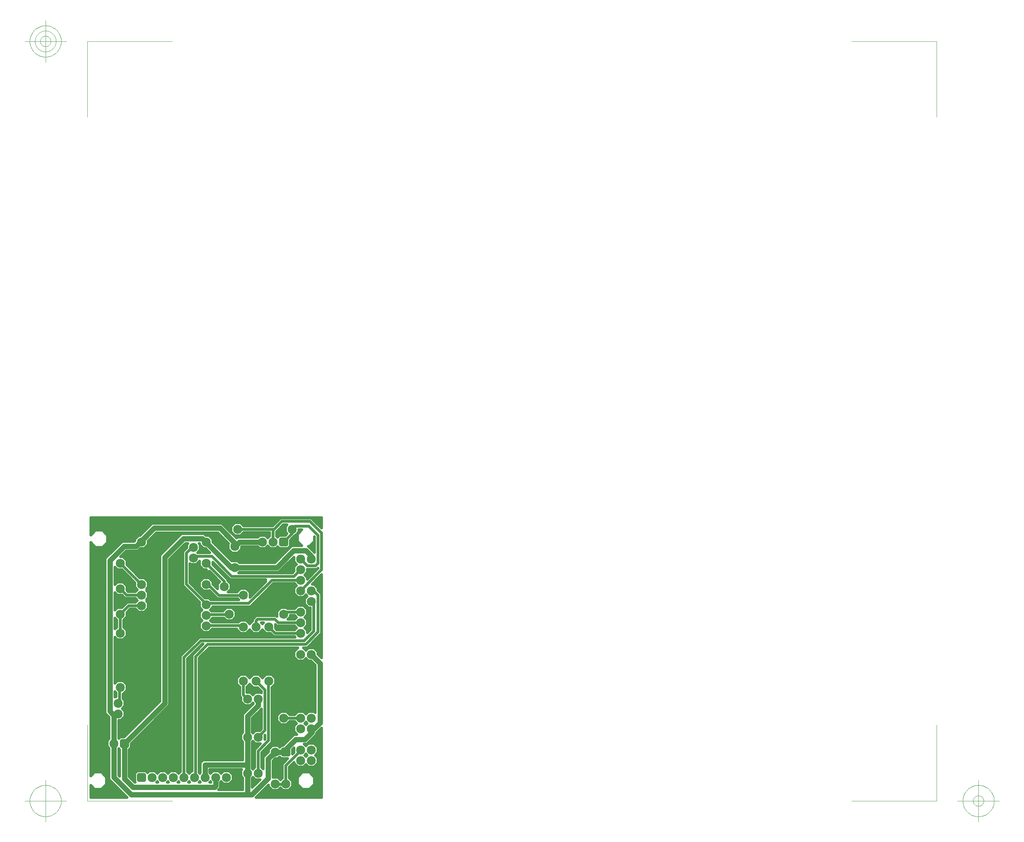
<source format=gbr>
G04 Generated by Ultiboard *
%FSLAX25Y25*%
%MOIN*%

%ADD10C,0.02500*%
%ADD11C,0.05000*%
%ADD12C,0.00394*%
%ADD13C,0.08500*%
%ADD14R,0.04583X0.04583*%
%ADD15C,0.03917*%
%ADD16R,0.05167X0.05167*%
%ADD17C,0.03333*%


G04 ColorRGB 0000FF for the following layer *
%LNCopper Bottom*%
%LPD*%
%FSLAX25Y25*%
%MOIN*%
G54D10*
X256550Y195990D02*
X266750Y195990D01*
X266750Y195990D02*
X266750Y141970D01*
X266750Y141970D02*
X234975Y141970D01*
X234975Y141970D02*
X234975Y156540D01*
X234975Y156540D02*
X256550Y178115D01*
X256550Y178115D02*
X256550Y195990D01*
G36*
X256550Y195990D02*
X266750Y195990D01*
X266750Y141970D01*
X234975Y141970D01*
X234975Y156540D01*
X256550Y178115D01*
X256550Y195990D01*
G37*
X256550Y195990D02*
X266750Y195990D01*
X266750Y195990D02*
X266750Y141970D01*
X266750Y141970D02*
X234975Y141970D01*
X234975Y141970D02*
X234975Y156540D01*
X234975Y156540D02*
X256550Y178115D01*
X256550Y178115D02*
X256550Y195990D01*
X255000Y113910D02*
X252610Y116300D01*
X252610Y116300D02*
X247390Y116300D01*
X247390Y116300D02*
X245000Y113910D01*
X245000Y113910D02*
X242610Y116300D01*
X242610Y116300D02*
X237390Y116300D01*
X237390Y116300D02*
X235671Y114581D01*
X235671Y114581D02*
X234975Y115277D01*
X234975Y115277D02*
X234975Y141970D01*
X234975Y141970D02*
X266750Y141970D01*
X266750Y141970D02*
X266750Y115660D01*
X266750Y115660D02*
X265000Y113910D01*
X265000Y113910D02*
X262610Y116300D01*
X262610Y116300D02*
X257390Y116300D01*
X257390Y116300D02*
X255000Y113910D01*
G36*
X255000Y113910D02*
X252610Y116300D01*
X247390Y116300D01*
X245000Y113910D01*
X242610Y116300D01*
X237390Y116300D01*
X235671Y114581D01*
X234975Y115277D01*
X234975Y141970D01*
X266750Y141970D01*
X266750Y115660D01*
X265000Y113910D01*
X262610Y116300D01*
X257390Y116300D01*
X255000Y113910D01*
G37*
X255000Y113910D02*
X252610Y116300D01*
X252610Y116300D02*
X247390Y116300D01*
X247390Y116300D02*
X245000Y113910D01*
X245000Y113910D02*
X242610Y116300D01*
X242610Y116300D02*
X237390Y116300D01*
X237390Y116300D02*
X235671Y114581D01*
X235671Y114581D02*
X234975Y115277D01*
X234975Y115277D02*
X234975Y141970D01*
X234975Y141970D02*
X266750Y141970D01*
X266750Y141970D02*
X266750Y115660D01*
X266750Y115660D02*
X265000Y113910D01*
X265000Y113910D02*
X262610Y116300D01*
X262610Y116300D02*
X257390Y116300D01*
X257390Y116300D02*
X255000Y113910D01*
X291000Y338300D02*
X290885Y338300D01*
X290885Y338300D02*
X289435Y339750D01*
X289435Y339750D02*
X267815Y339750D01*
X267815Y339750D02*
X256432Y328367D01*
X256432Y328367D02*
X235276Y328367D01*
X235276Y328367D02*
X236300Y329390D01*
X236300Y329390D02*
X236300Y332865D01*
X236300Y332865D02*
X243935Y340500D01*
X243935Y340500D02*
X291000Y340500D01*
X291000Y340500D02*
X291000Y338300D01*
G36*
X291000Y338300D02*
X290885Y338300D01*
X289435Y339750D01*
X267815Y339750D01*
X256432Y328367D01*
X235276Y328367D01*
X236300Y329390D01*
X236300Y332865D01*
X243935Y340500D01*
X291000Y340500D01*
X291000Y338300D01*
G37*
X291000Y338300D02*
X290885Y338300D01*
X290885Y338300D02*
X289435Y339750D01*
X289435Y339750D02*
X267815Y339750D01*
X267815Y339750D02*
X256432Y328367D01*
X256432Y328367D02*
X235276Y328367D01*
X235276Y328367D02*
X236300Y329390D01*
X236300Y329390D02*
X236300Y332865D01*
X236300Y332865D02*
X243935Y340500D01*
X243935Y340500D02*
X291000Y340500D01*
X291000Y340500D02*
X291000Y338300D01*
X234975Y328065D02*
X235276Y328367D01*
X235276Y328367D02*
X256432Y328367D01*
X256432Y328367D02*
X247450Y319385D01*
X247450Y319385D02*
X247450Y304030D01*
X247450Y304030D02*
X234975Y304030D01*
X234975Y304030D02*
X234975Y328065D01*
G36*
X234975Y328065D02*
X235276Y328367D01*
X256432Y328367D01*
X247450Y319385D01*
X247450Y304030D01*
X234975Y304030D01*
X234975Y328065D01*
G37*
X234975Y328065D02*
X235276Y328367D01*
X235276Y328367D02*
X256432Y328367D01*
X256432Y328367D02*
X247450Y319385D01*
X247450Y319385D02*
X247450Y304030D01*
X247450Y304030D02*
X234975Y304030D01*
X234975Y304030D02*
X234975Y328065D01*
X234975Y354750D02*
X291000Y354750D01*
X291000Y354750D02*
X291000Y349600D01*
X291000Y349600D02*
X240165Y349600D01*
X240165Y349600D02*
X234975Y344410D01*
X234975Y344410D02*
X234975Y354750D01*
G36*
X234975Y354750D02*
X291000Y354750D01*
X291000Y349600D01*
X240165Y349600D01*
X234975Y344410D01*
X234975Y354750D01*
G37*
X234975Y354750D02*
X291000Y354750D01*
X291000Y354750D02*
X291000Y349600D01*
X291000Y349600D02*
X240165Y349600D01*
X240165Y349600D02*
X234975Y344410D01*
X234975Y344410D02*
X234975Y354750D01*
X204950Y242140D02*
X207390Y239700D01*
X207390Y239700D02*
X212610Y239700D01*
X212610Y239700D02*
X216300Y243390D01*
X216300Y243390D02*
X216300Y248610D01*
X216300Y248610D02*
X214900Y250010D01*
X214900Y250010D02*
X234975Y250010D01*
X234975Y250010D02*
X234975Y195990D01*
X234975Y195990D02*
X216300Y195990D01*
X216300Y195990D02*
X216300Y197428D01*
X216300Y197428D02*
X212610Y201119D01*
X212610Y201119D02*
X207390Y201119D01*
X207390Y201119D02*
X204950Y198678D01*
X204950Y198678D02*
X204950Y242140D01*
G36*
X204950Y242140D02*
X207390Y239700D01*
X212610Y239700D01*
X216300Y243390D01*
X216300Y248610D01*
X214900Y250010D01*
X234975Y250010D01*
X234975Y195990D01*
X216300Y195990D01*
X216300Y197428D01*
X212610Y201119D01*
X207390Y201119D01*
X204950Y198678D01*
X204950Y242140D01*
G37*
X204950Y242140D02*
X207390Y239700D01*
X207390Y239700D02*
X212610Y239700D01*
X212610Y239700D02*
X216300Y243390D01*
X216300Y243390D02*
X216300Y248610D01*
X216300Y248610D02*
X214900Y250010D01*
X214900Y250010D02*
X234975Y250010D01*
X234975Y250010D02*
X234975Y195990D01*
X234975Y195990D02*
X216300Y195990D01*
X216300Y195990D02*
X216300Y197428D01*
X216300Y197428D02*
X212610Y201119D01*
X212610Y201119D02*
X207390Y201119D01*
X207390Y201119D02*
X204950Y198678D01*
X204950Y198678D02*
X204950Y242140D01*
X182250Y195990D02*
X182250Y250010D01*
X182250Y250010D02*
X195850Y250010D01*
X195850Y250010D02*
X195850Y195990D01*
X195850Y195990D02*
X182250Y195990D01*
G36*
X182250Y195990D02*
X182250Y250010D01*
X195850Y250010D01*
X195850Y195990D01*
X182250Y195990D01*
G37*
X182250Y195990D02*
X182250Y250010D01*
X182250Y250010D02*
X195850Y250010D01*
X195850Y250010D02*
X195850Y195990D01*
X195850Y195990D02*
X182250Y195990D01*
X206700Y251610D02*
X205100Y250010D01*
X205100Y250010D02*
X204950Y250010D01*
X204950Y250010D02*
X204950Y260140D01*
X204950Y260140D02*
X206700Y258390D01*
X206700Y258390D02*
X206700Y251610D01*
G36*
X206700Y251610D02*
X205100Y250010D01*
X204950Y250010D01*
X204950Y260140D01*
X206700Y258390D01*
X206700Y251610D01*
G37*
X206700Y251610D02*
X205100Y250010D01*
X205100Y250010D02*
X204950Y250010D01*
X204950Y250010D02*
X204950Y260140D01*
X204950Y260140D02*
X206700Y258390D01*
X206700Y258390D02*
X206700Y251610D01*
X224390Y268700D02*
X227390Y265700D01*
X227390Y265700D02*
X232610Y265700D01*
X232610Y265700D02*
X234975Y268065D01*
X234975Y268065D02*
X234975Y250010D01*
X234975Y250010D02*
X216633Y250010D01*
X216633Y250010D02*
X216633Y265966D01*
X216633Y265966D02*
X219367Y268700D01*
X219367Y268700D02*
X224390Y268700D01*
G36*
X224390Y268700D02*
X227390Y265700D01*
X232610Y265700D01*
X234975Y268065D01*
X234975Y250010D01*
X216633Y250010D01*
X216633Y265966D01*
X219367Y268700D01*
X224390Y268700D01*
G37*
X224390Y268700D02*
X227390Y265700D01*
X227390Y265700D02*
X232610Y265700D01*
X232610Y265700D02*
X234975Y268065D01*
X234975Y268065D02*
X234975Y250010D01*
X234975Y250010D02*
X216633Y250010D01*
X216633Y250010D02*
X216633Y265966D01*
X216633Y265966D02*
X219367Y268700D01*
X219367Y268700D02*
X224390Y268700D01*
X214900Y250010D02*
X213300Y251610D01*
X213300Y251610D02*
X213300Y258390D01*
X213300Y258390D02*
X216300Y261390D01*
X216300Y261390D02*
X216300Y265633D01*
X216300Y265633D02*
X216633Y265966D01*
X216633Y265966D02*
X216633Y250010D01*
X216633Y250010D02*
X214900Y250010D01*
G36*
X214900Y250010D02*
X213300Y251610D01*
X213300Y258390D01*
X216300Y261390D01*
X216300Y265633D01*
X216633Y265966D01*
X216633Y250010D01*
X214900Y250010D01*
G37*
X214900Y250010D02*
X213300Y251610D01*
X213300Y251610D02*
X213300Y258390D01*
X213300Y258390D02*
X216300Y261390D01*
X216300Y261390D02*
X216300Y265633D01*
X216300Y265633D02*
X216633Y265966D01*
X216633Y265966D02*
X216633Y250010D01*
X216633Y250010D02*
X214900Y250010D01*
X182250Y250010D02*
X182250Y304030D01*
X182250Y304030D02*
X195850Y304030D01*
X195850Y304030D02*
X195850Y250010D01*
X195850Y250010D02*
X182250Y250010D01*
G36*
X182250Y250010D02*
X182250Y304030D01*
X195850Y304030D01*
X195850Y250010D01*
X182250Y250010D01*
G37*
X182250Y250010D02*
X182250Y304030D01*
X182250Y304030D02*
X195850Y304030D01*
X195850Y304030D02*
X195850Y250010D01*
X195850Y250010D02*
X182250Y250010D01*
X247450Y250010D02*
X247450Y224417D01*
X247450Y224417D02*
X234975Y224417D01*
X234975Y224417D02*
X234975Y250010D01*
X234975Y250010D02*
X247450Y250010D01*
G36*
X247450Y250010D02*
X247450Y224417D01*
X234975Y224417D01*
X234975Y250010D01*
X247450Y250010D01*
G37*
X247450Y250010D02*
X247450Y224417D01*
X247450Y224417D02*
X234975Y224417D01*
X234975Y224417D02*
X234975Y250010D01*
X234975Y250010D02*
X247450Y250010D01*
X234975Y278065D02*
X236300Y279390D01*
X236300Y279390D02*
X236300Y284610D01*
X236300Y284610D02*
X234975Y285935D01*
X234975Y285935D02*
X234975Y288065D01*
X234975Y288065D02*
X236300Y289390D01*
X236300Y289390D02*
X236300Y294610D01*
X236300Y294610D02*
X234975Y295935D01*
X234975Y295935D02*
X234975Y304030D01*
X234975Y304030D02*
X247450Y304030D01*
X247450Y304030D02*
X247450Y250010D01*
X247450Y250010D02*
X234975Y250010D01*
X234975Y250010D02*
X234975Y268065D01*
X234975Y268065D02*
X236300Y269390D01*
X236300Y269390D02*
X236300Y274610D01*
X236300Y274610D02*
X234975Y275935D01*
X234975Y275935D02*
X234975Y278065D01*
G36*
X234975Y278065D02*
X236300Y279390D01*
X236300Y284610D01*
X234975Y285935D01*
X234975Y288065D01*
X236300Y289390D01*
X236300Y294610D01*
X234975Y295935D01*
X234975Y304030D01*
X247450Y304030D01*
X247450Y250010D01*
X234975Y250010D01*
X234975Y268065D01*
X236300Y269390D01*
X236300Y274610D01*
X234975Y275935D01*
X234975Y278065D01*
G37*
X234975Y278065D02*
X236300Y279390D01*
X236300Y279390D02*
X236300Y284610D01*
X236300Y284610D02*
X234975Y285935D01*
X234975Y285935D02*
X234975Y288065D01*
X234975Y288065D02*
X236300Y289390D01*
X236300Y289390D02*
X236300Y294610D01*
X236300Y294610D02*
X234975Y295935D01*
X234975Y295935D02*
X234975Y304030D01*
X234975Y304030D02*
X247450Y304030D01*
X247450Y304030D02*
X247450Y250010D01*
X247450Y250010D02*
X234975Y250010D01*
X234975Y250010D02*
X234975Y268065D01*
X234975Y268065D02*
X236300Y269390D01*
X236300Y269390D02*
X236300Y274610D01*
X236300Y274610D02*
X234975Y275935D01*
X234975Y275935D02*
X234975Y278065D01*
X197700Y141970D02*
X197700Y139390D01*
X197700Y139390D02*
X199550Y137540D01*
X199550Y137540D02*
X199550Y108215D01*
X199550Y108215D02*
X216515Y91250D01*
X216515Y91250D02*
X182250Y91250D01*
X182250Y91250D02*
X182250Y102366D01*
X182250Y102366D02*
X185666Y98950D01*
X185666Y98950D02*
X192334Y98950D01*
X192334Y98950D02*
X197050Y103666D01*
X197050Y103666D02*
X197050Y110334D01*
X197050Y110334D02*
X192334Y115050D01*
X192334Y115050D02*
X185666Y115050D01*
X185666Y115050D02*
X182250Y111634D01*
X182250Y111634D02*
X182250Y141970D01*
X182250Y141970D02*
X197700Y141970D01*
G36*
X197700Y141970D02*
X197700Y139390D01*
X199550Y137540D01*
X199550Y108215D01*
X216515Y91250D01*
X182250Y91250D01*
X182250Y102366D01*
X185666Y98950D01*
X192334Y98950D01*
X197050Y103666D01*
X197050Y110334D01*
X192334Y115050D01*
X185666Y115050D01*
X182250Y111634D01*
X182250Y141970D01*
X197700Y141970D01*
G37*
X197700Y141970D02*
X197700Y139390D01*
X197700Y139390D02*
X199550Y137540D01*
X199550Y137540D02*
X199550Y108215D01*
X199550Y108215D02*
X216515Y91250D01*
X216515Y91250D02*
X182250Y91250D01*
X182250Y91250D02*
X182250Y102366D01*
X182250Y102366D02*
X185666Y98950D01*
X185666Y98950D02*
X192334Y98950D01*
X192334Y98950D02*
X197050Y103666D01*
X197050Y103666D02*
X197050Y110334D01*
X197050Y110334D02*
X192334Y115050D01*
X192334Y115050D02*
X185666Y115050D01*
X185666Y115050D02*
X182250Y111634D01*
X182250Y111634D02*
X182250Y141970D01*
X182250Y141970D02*
X197700Y141970D01*
X234975Y115277D02*
X233952Y116300D01*
X233952Y116300D02*
X226048Y116300D01*
X226048Y116300D02*
X223700Y113952D01*
X223700Y113952D02*
X223700Y111665D01*
X223700Y111665D02*
X220065Y111665D01*
X220065Y111665D02*
X220065Y137813D01*
X220065Y137813D02*
X220300Y138048D01*
X220300Y138048D02*
X220300Y141865D01*
X220300Y141865D02*
X220405Y141970D01*
X220405Y141970D02*
X234975Y141970D01*
X234975Y141970D02*
X234975Y115277D01*
G36*
X234975Y115277D02*
X233952Y116300D01*
X226048Y116300D01*
X223700Y113952D01*
X223700Y111665D01*
X220065Y111665D01*
X220065Y137813D01*
X220300Y138048D01*
X220300Y141865D01*
X220405Y141970D01*
X234975Y141970D01*
X234975Y115277D01*
G37*
X234975Y115277D02*
X233952Y116300D01*
X233952Y116300D02*
X226048Y116300D01*
X226048Y116300D02*
X223700Y113952D01*
X223700Y113952D02*
X223700Y111665D01*
X223700Y111665D02*
X220065Y111665D01*
X220065Y111665D02*
X220065Y137813D01*
X220065Y137813D02*
X220300Y138048D01*
X220300Y138048D02*
X220300Y141865D01*
X220300Y141865D02*
X220405Y141970D01*
X220405Y141970D02*
X234975Y141970D01*
X234975Y141970D02*
X234975Y115277D01*
X208650Y137098D02*
X209450Y136298D01*
X209450Y136298D02*
X209450Y111185D01*
X209450Y111185D02*
X208650Y111985D01*
X208650Y111985D02*
X208650Y137098D01*
G36*
X208650Y137098D02*
X209450Y136298D01*
X209450Y111185D01*
X208650Y111985D01*
X208650Y137098D01*
G37*
X208650Y137098D02*
X209450Y136298D01*
X209450Y136298D02*
X209450Y111185D01*
X209450Y111185D02*
X208650Y111985D01*
X208650Y111985D02*
X208650Y137098D01*
X218550Y136298D02*
X220065Y137813D01*
X220065Y137813D02*
X220065Y109319D01*
X220065Y109319D02*
X218550Y110835D01*
X218550Y110835D02*
X218550Y136298D01*
G36*
X218550Y136298D02*
X220065Y137813D01*
X220065Y109319D01*
X218550Y110835D01*
X218550Y136298D01*
G37*
X218550Y136298D02*
X220065Y137813D01*
X220065Y137813D02*
X220065Y109319D01*
X220065Y109319D02*
X218550Y110835D01*
X218550Y110835D02*
X218550Y136298D01*
X223700Y111665D02*
X223700Y106048D01*
X223700Y106048D02*
X224198Y105550D01*
X224198Y105550D02*
X223835Y105550D01*
X223835Y105550D02*
X220065Y109319D01*
X220065Y109319D02*
X220065Y111665D01*
X220065Y111665D02*
X223700Y111665D01*
G36*
X223700Y111665D02*
X223700Y106048D01*
X224198Y105550D01*
X223835Y105550D01*
X220065Y109319D01*
X220065Y111665D01*
X223700Y111665D01*
G37*
X223700Y111665D02*
X223700Y106048D01*
X223700Y106048D02*
X224198Y105550D01*
X224198Y105550D02*
X223835Y105550D01*
X223835Y105550D02*
X220065Y109319D01*
X220065Y109319D02*
X220065Y111665D01*
X220065Y111665D02*
X223700Y111665D01*
X245000Y106090D02*
X245540Y105550D01*
X245540Y105550D02*
X244460Y105550D01*
X244460Y105550D02*
X245000Y106090D01*
G36*
X245000Y106090D02*
X245540Y105550D01*
X244460Y105550D01*
X245000Y106090D01*
G37*
X245000Y106090D02*
X245540Y105550D01*
X245540Y105550D02*
X244460Y105550D01*
X244460Y105550D02*
X245000Y106090D01*
X199550Y146460D02*
X197700Y144610D01*
X197700Y144610D02*
X197700Y141970D01*
X197700Y141970D02*
X182250Y141970D01*
X182250Y141970D02*
X182250Y174235D01*
X182250Y174235D02*
X195850Y174235D01*
X195850Y174235D02*
X195850Y170465D01*
X195850Y170465D02*
X199550Y166765D01*
X199550Y166765D02*
X199550Y146460D01*
G36*
X199550Y146460D02*
X197700Y144610D01*
X197700Y141970D01*
X182250Y141970D01*
X182250Y174235D01*
X195850Y174235D01*
X195850Y170465D01*
X199550Y166765D01*
X199550Y146460D01*
G37*
X199550Y146460D02*
X197700Y144610D01*
X197700Y144610D02*
X197700Y141970D01*
X197700Y141970D02*
X182250Y141970D01*
X182250Y141970D02*
X182250Y174235D01*
X182250Y174235D02*
X195850Y174235D01*
X195850Y174235D02*
X195850Y170465D01*
X195850Y170465D02*
X199550Y166765D01*
X199550Y166765D02*
X199550Y146460D01*
X182250Y174235D02*
X182250Y195990D01*
X182250Y195990D02*
X195850Y195990D01*
X195850Y195990D02*
X195850Y174235D01*
X195850Y174235D02*
X182250Y174235D01*
G36*
X182250Y174235D02*
X182250Y195990D01*
X195850Y195990D01*
X195850Y174235D01*
X182250Y174235D01*
G37*
X182250Y174235D02*
X182250Y195990D01*
X182250Y195990D02*
X195850Y195990D01*
X195850Y195990D02*
X195850Y174235D01*
X195850Y174235D02*
X182250Y174235D01*
X204950Y190959D02*
X206000Y189909D01*
X206000Y189909D02*
X206000Y186300D01*
X206000Y186300D02*
X205390Y186300D01*
X205390Y186300D02*
X204950Y185860D01*
X204950Y185860D02*
X204950Y190959D01*
G36*
X204950Y190959D02*
X206000Y189909D01*
X206000Y186300D01*
X205390Y186300D01*
X204950Y185860D01*
X204950Y190959D01*
G37*
X204950Y190959D02*
X206000Y189909D01*
X206000Y189909D02*
X206000Y186300D01*
X206000Y186300D02*
X205390Y186300D01*
X205390Y186300D02*
X204950Y185860D01*
X204950Y185860D02*
X204950Y190959D01*
X212600Y188519D02*
X212610Y188519D01*
X212610Y188519D02*
X216300Y192209D01*
X216300Y192209D02*
X216300Y195990D01*
X216300Y195990D02*
X234975Y195990D01*
X234975Y195990D02*
X234975Y169410D01*
X234975Y169410D02*
X213865Y148300D01*
X213865Y148300D02*
X210667Y148300D01*
X210667Y148300D02*
X210667Y163757D01*
X210667Y163757D02*
X214300Y167390D01*
X214300Y167390D02*
X214300Y172610D01*
X214300Y172610D02*
X211910Y175000D01*
X211910Y175000D02*
X214300Y177390D01*
X214300Y177390D02*
X214300Y182610D01*
X214300Y182610D02*
X212600Y184310D01*
X212600Y184310D02*
X212600Y188519D01*
G36*
X212600Y188519D02*
X212610Y188519D01*
X216300Y192209D01*
X216300Y195990D01*
X234975Y195990D01*
X234975Y169410D01*
X213865Y148300D01*
X210667Y148300D01*
X210667Y163757D01*
X214300Y167390D01*
X214300Y172610D01*
X211910Y175000D01*
X214300Y177390D01*
X214300Y182610D01*
X212600Y184310D01*
X212600Y188519D01*
G37*
X212600Y188519D02*
X212610Y188519D01*
X212610Y188519D02*
X216300Y192209D01*
X216300Y192209D02*
X216300Y195990D01*
X216300Y195990D02*
X234975Y195990D01*
X234975Y195990D02*
X234975Y169410D01*
X234975Y169410D02*
X213865Y148300D01*
X213865Y148300D02*
X210667Y148300D01*
X210667Y148300D02*
X210667Y163757D01*
X210667Y163757D02*
X214300Y167390D01*
X214300Y167390D02*
X214300Y172610D01*
X214300Y172610D02*
X211910Y175000D01*
X211910Y175000D02*
X214300Y177390D01*
X214300Y177390D02*
X214300Y182610D01*
X214300Y182610D02*
X212600Y184310D01*
X212600Y184310D02*
X212600Y188519D01*
X247450Y195990D02*
X247450Y181885D01*
X247450Y181885D02*
X234975Y169410D01*
X234975Y169410D02*
X234975Y195990D01*
X234975Y195990D02*
X247450Y195990D01*
G36*
X247450Y195990D02*
X247450Y181885D01*
X234975Y169410D01*
X234975Y195990D01*
X247450Y195990D01*
G37*
X247450Y195990D02*
X247450Y181885D01*
X247450Y181885D02*
X234975Y169410D01*
X234975Y169410D02*
X234975Y195990D01*
X234975Y195990D02*
X247450Y195990D01*
X220405Y141970D02*
X234975Y156540D01*
X234975Y156540D02*
X234975Y141970D01*
X234975Y141970D02*
X220405Y141970D01*
G36*
X220405Y141970D02*
X234975Y156540D01*
X234975Y141970D01*
X220405Y141970D01*
G37*
X220405Y141970D02*
X234975Y156540D01*
X234975Y156540D02*
X234975Y141970D01*
X234975Y141970D02*
X220405Y141970D01*
X208650Y163700D02*
X210610Y163700D01*
X210610Y163700D02*
X210667Y163757D01*
X210667Y163757D02*
X210667Y148300D01*
X210667Y148300D02*
X210048Y148300D01*
X210048Y148300D02*
X208650Y146902D01*
X208650Y146902D02*
X208650Y163700D01*
G36*
X208650Y163700D02*
X210610Y163700D01*
X210667Y163757D01*
X210667Y148300D01*
X210048Y148300D01*
X208650Y146902D01*
X208650Y163700D01*
G37*
X208650Y163700D02*
X210610Y163700D01*
X210610Y163700D02*
X210667Y163757D01*
X210667Y163757D02*
X210667Y148300D01*
X210667Y148300D02*
X210048Y148300D01*
X210048Y148300D02*
X208650Y146902D01*
X208650Y146902D02*
X208650Y163700D01*
X247450Y224417D02*
X247450Y195990D01*
X247450Y195990D02*
X234975Y195990D01*
X234975Y195990D02*
X234975Y224417D01*
X234975Y224417D02*
X247450Y224417D01*
G36*
X247450Y224417D02*
X247450Y195990D01*
X234975Y195990D01*
X234975Y224417D01*
X247450Y224417D01*
G37*
X247450Y224417D02*
X247450Y195990D01*
X247450Y195990D02*
X234975Y195990D01*
X234975Y195990D02*
X234975Y224417D01*
X234975Y224417D02*
X247450Y224417D01*
X182250Y304030D02*
X182250Y329885D01*
X182250Y329885D02*
X183731Y329885D01*
X183731Y329885D02*
X186666Y326950D01*
X186666Y326950D02*
X193334Y326950D01*
X193334Y326950D02*
X196269Y329885D01*
X196269Y329885D02*
X209250Y329885D01*
X209250Y329885D02*
X195850Y316485D01*
X195850Y316485D02*
X195850Y304030D01*
X195850Y304030D02*
X182250Y304030D01*
G36*
X182250Y304030D02*
X182250Y329885D01*
X183731Y329885D01*
X186666Y326950D01*
X193334Y326950D01*
X196269Y329885D01*
X209250Y329885D01*
X195850Y316485D01*
X195850Y304030D01*
X182250Y304030D01*
G37*
X182250Y304030D02*
X182250Y329885D01*
X182250Y329885D02*
X183731Y329885D01*
X183731Y329885D02*
X186666Y326950D01*
X186666Y326950D02*
X193334Y326950D01*
X193334Y326950D02*
X196269Y329885D01*
X196269Y329885D02*
X209250Y329885D01*
X209250Y329885D02*
X195850Y316485D01*
X195850Y316485D02*
X195850Y304030D01*
X195850Y304030D02*
X182250Y304030D01*
X228865Y338300D02*
X227390Y338300D01*
X227390Y338300D02*
X223700Y334610D01*
X223700Y334610D02*
X223700Y333135D01*
X223700Y333135D02*
X223115Y332550D01*
X223115Y332550D02*
X211915Y332550D01*
X211915Y332550D02*
X209250Y329885D01*
X209250Y329885D02*
X196269Y329885D01*
X196269Y329885D02*
X198050Y331666D01*
X198050Y331666D02*
X198050Y338334D01*
X198050Y338334D02*
X193334Y343050D01*
X193334Y343050D02*
X186666Y343050D01*
X186666Y343050D02*
X182250Y338634D01*
X182250Y338634D02*
X182250Y354750D01*
X182250Y354750D02*
X234975Y354750D01*
X234975Y354750D02*
X234975Y344410D01*
X234975Y344410D02*
X228865Y338300D01*
G36*
X228865Y338300D02*
X227390Y338300D01*
X223700Y334610D01*
X223700Y333135D01*
X223115Y332550D01*
X211915Y332550D01*
X209250Y329885D01*
X196269Y329885D01*
X198050Y331666D01*
X198050Y338334D01*
X193334Y343050D01*
X186666Y343050D01*
X182250Y338634D01*
X182250Y354750D01*
X234975Y354750D01*
X234975Y344410D01*
X228865Y338300D01*
G37*
X228865Y338300D02*
X227390Y338300D01*
X227390Y338300D02*
X223700Y334610D01*
X223700Y334610D02*
X223700Y333135D01*
X223700Y333135D02*
X223115Y332550D01*
X223115Y332550D02*
X211915Y332550D01*
X211915Y332550D02*
X209250Y329885D01*
X209250Y329885D02*
X196269Y329885D01*
X196269Y329885D02*
X198050Y331666D01*
X198050Y331666D02*
X198050Y338334D01*
X198050Y338334D02*
X193334Y343050D01*
X193334Y343050D02*
X186666Y343050D01*
X186666Y343050D02*
X182250Y338634D01*
X182250Y338634D02*
X182250Y354750D01*
X182250Y354750D02*
X234975Y354750D01*
X234975Y354750D02*
X234975Y344410D01*
X234975Y344410D02*
X228865Y338300D01*
X182250Y329885D02*
X182250Y331366D01*
X182250Y331366D02*
X183731Y329885D01*
X183731Y329885D02*
X182250Y329885D01*
G36*
X182250Y329885D02*
X182250Y331366D01*
X183731Y329885D01*
X182250Y329885D01*
G37*
X182250Y329885D02*
X182250Y331366D01*
X182250Y331366D02*
X183731Y329885D01*
X183731Y329885D02*
X182250Y329885D01*
X229135Y325700D02*
X232610Y325700D01*
X232610Y325700D02*
X234975Y328065D01*
X234975Y328065D02*
X234975Y304030D01*
X234975Y304030D02*
X222637Y304030D01*
X222637Y304030D02*
X216300Y310367D01*
X216300Y310367D02*
X216300Y314610D01*
X216300Y314610D02*
X212610Y318300D01*
X212610Y318300D02*
X211665Y318300D01*
X211665Y318300D02*
X211665Y319430D01*
X211665Y319430D02*
X215685Y323450D01*
X215685Y323450D02*
X226885Y323450D01*
X226885Y323450D02*
X229135Y325700D01*
G36*
X229135Y325700D02*
X232610Y325700D01*
X234975Y328065D01*
X234975Y304030D01*
X222637Y304030D01*
X216300Y310367D01*
X216300Y314610D01*
X212610Y318300D01*
X211665Y318300D01*
X211665Y319430D01*
X215685Y323450D01*
X226885Y323450D01*
X229135Y325700D01*
G37*
X229135Y325700D02*
X232610Y325700D01*
X232610Y325700D02*
X234975Y328065D01*
X234975Y328065D02*
X234975Y304030D01*
X234975Y304030D02*
X222637Y304030D01*
X222637Y304030D02*
X216300Y310367D01*
X216300Y310367D02*
X216300Y314610D01*
X216300Y314610D02*
X212610Y318300D01*
X212610Y318300D02*
X211665Y318300D01*
X211665Y318300D02*
X211665Y319430D01*
X211665Y319430D02*
X215685Y323450D01*
X215685Y323450D02*
X226885Y323450D01*
X226885Y323450D02*
X229135Y325700D01*
X226090Y287000D02*
X224390Y285300D01*
X224390Y285300D02*
X217367Y285300D01*
X217367Y285300D02*
X216300Y286367D01*
X216300Y286367D02*
X216300Y290610D01*
X216300Y290610D02*
X212610Y294300D01*
X212610Y294300D02*
X208633Y294300D01*
X208633Y294300D02*
X208633Y304030D01*
X208633Y304030D02*
X213303Y304030D01*
X213303Y304030D02*
X223700Y293633D01*
X223700Y293633D02*
X223700Y289390D01*
X223700Y289390D02*
X226090Y287000D01*
G36*
X226090Y287000D02*
X224390Y285300D01*
X217367Y285300D01*
X216300Y286367D01*
X216300Y290610D01*
X212610Y294300D01*
X208633Y294300D01*
X208633Y304030D01*
X213303Y304030D01*
X223700Y293633D01*
X223700Y289390D01*
X226090Y287000D01*
G37*
X226090Y287000D02*
X224390Y285300D01*
X224390Y285300D02*
X217367Y285300D01*
X217367Y285300D02*
X216300Y286367D01*
X216300Y286367D02*
X216300Y290610D01*
X216300Y290610D02*
X212610Y294300D01*
X212610Y294300D02*
X208633Y294300D01*
X208633Y294300D02*
X208633Y304030D01*
X208633Y304030D02*
X213303Y304030D01*
X213303Y304030D02*
X223700Y293633D01*
X223700Y293633D02*
X223700Y289390D01*
X223700Y289390D02*
X226090Y287000D01*
X224390Y278700D02*
X226090Y277000D01*
X226090Y277000D02*
X224390Y275300D01*
X224390Y275300D02*
X216633Y275300D01*
X216633Y275300D02*
X216633Y278700D01*
X216633Y278700D02*
X224390Y278700D01*
G36*
X224390Y278700D02*
X226090Y277000D01*
X224390Y275300D01*
X216633Y275300D01*
X216633Y278700D01*
X224390Y278700D01*
G37*
X224390Y278700D02*
X226090Y277000D01*
X226090Y277000D02*
X224390Y275300D01*
X224390Y275300D02*
X216633Y275300D01*
X216633Y275300D02*
X216633Y278700D01*
X216633Y278700D02*
X224390Y278700D01*
X208633Y281700D02*
X211633Y281700D01*
X211633Y281700D02*
X212700Y280633D01*
X212700Y280633D02*
X208633Y280633D01*
X208633Y280633D02*
X208633Y281700D01*
G36*
X208633Y281700D02*
X211633Y281700D01*
X212700Y280633D01*
X208633Y280633D01*
X208633Y281700D01*
G37*
X208633Y281700D02*
X211633Y281700D01*
X211633Y281700D02*
X212700Y280633D01*
X212700Y280633D02*
X208633Y280633D01*
X208633Y280633D02*
X208633Y281700D01*
X204950Y284140D02*
X207390Y281700D01*
X207390Y281700D02*
X208633Y281700D01*
X208633Y281700D02*
X208633Y270300D01*
X208633Y270300D02*
X207390Y270300D01*
X207390Y270300D02*
X204950Y267860D01*
X204950Y267860D02*
X204950Y284140D01*
G36*
X204950Y284140D02*
X207390Y281700D01*
X208633Y281700D01*
X208633Y270300D01*
X207390Y270300D01*
X204950Y267860D01*
X204950Y284140D01*
G37*
X204950Y284140D02*
X207390Y281700D01*
X207390Y281700D02*
X208633Y281700D01*
X208633Y281700D02*
X208633Y270300D01*
X208633Y270300D02*
X207390Y270300D01*
X207390Y270300D02*
X204950Y267860D01*
X204950Y267860D02*
X204950Y284140D01*
X211633Y270300D02*
X208633Y270300D01*
X208633Y270300D02*
X208633Y280633D01*
X208633Y280633D02*
X212700Y280633D01*
X212700Y280633D02*
X214633Y278700D01*
X214633Y278700D02*
X216633Y278700D01*
X216633Y278700D02*
X216633Y275300D01*
X216633Y275300D02*
X211633Y270300D01*
G36*
X211633Y270300D02*
X208633Y270300D01*
X208633Y280633D01*
X212700Y280633D01*
X214633Y278700D01*
X216633Y278700D01*
X216633Y275300D01*
X211633Y270300D01*
G37*
X211633Y270300D02*
X208633Y270300D01*
X208633Y270300D02*
X208633Y280633D01*
X208633Y280633D02*
X212700Y280633D01*
X212700Y280633D02*
X214633Y278700D01*
X214633Y278700D02*
X216633Y278700D01*
X216633Y278700D02*
X216633Y275300D01*
X216633Y275300D02*
X211633Y270300D01*
X204950Y308140D02*
X207390Y305700D01*
X207390Y305700D02*
X211633Y305700D01*
X211633Y305700D02*
X211665Y305669D01*
X211665Y305669D02*
X211665Y304030D01*
X211665Y304030D02*
X204950Y304030D01*
X204950Y304030D02*
X204950Y308140D01*
G36*
X204950Y308140D02*
X207390Y305700D01*
X211633Y305700D01*
X211665Y305669D01*
X211665Y304030D01*
X204950Y304030D01*
X204950Y308140D01*
G37*
X204950Y308140D02*
X207390Y305700D01*
X207390Y305700D02*
X211633Y305700D01*
X211633Y305700D02*
X211665Y305669D01*
X211665Y305669D02*
X211665Y304030D01*
X211665Y304030D02*
X204950Y304030D01*
X204950Y304030D02*
X204950Y308140D01*
X208633Y294300D02*
X207390Y294300D01*
X207390Y294300D02*
X204950Y291860D01*
X204950Y291860D02*
X204950Y304030D01*
X204950Y304030D02*
X208633Y304030D01*
X208633Y304030D02*
X208633Y294300D01*
G36*
X208633Y294300D02*
X207390Y294300D01*
X204950Y291860D01*
X204950Y304030D01*
X208633Y304030D01*
X208633Y294300D01*
G37*
X208633Y294300D02*
X207390Y294300D01*
X207390Y294300D02*
X204950Y291860D01*
X204950Y291860D02*
X204950Y304030D01*
X204950Y304030D02*
X208633Y304030D01*
X208633Y304030D02*
X208633Y294300D01*
X211665Y305669D02*
X213303Y304030D01*
X213303Y304030D02*
X211665Y304030D01*
X211665Y304030D02*
X211665Y305669D01*
G36*
X211665Y305669D02*
X213303Y304030D01*
X211665Y304030D01*
X211665Y305669D01*
G37*
X211665Y305669D02*
X213303Y304030D01*
X213303Y304030D02*
X211665Y304030D01*
X211665Y304030D02*
X211665Y305669D01*
X234975Y295935D02*
X232610Y298300D01*
X232610Y298300D02*
X228367Y298300D01*
X228367Y298300D02*
X222637Y304030D01*
X222637Y304030D02*
X234975Y304030D01*
X234975Y304030D02*
X234975Y295935D01*
G36*
X234975Y295935D02*
X232610Y298300D01*
X228367Y298300D01*
X222637Y304030D01*
X234975Y304030D01*
X234975Y295935D01*
G37*
X234975Y295935D02*
X232610Y298300D01*
X232610Y298300D02*
X228367Y298300D01*
X228367Y298300D02*
X222637Y304030D01*
X222637Y304030D02*
X234975Y304030D01*
X234975Y304030D02*
X234975Y295935D01*
X211665Y318300D02*
X210535Y318300D01*
X210535Y318300D02*
X211665Y319430D01*
X211665Y319430D02*
X211665Y318300D01*
G36*
X211665Y318300D02*
X210535Y318300D01*
X211665Y319430D01*
X211665Y318300D01*
G37*
X211665Y318300D02*
X210535Y318300D01*
X210535Y318300D02*
X211665Y319430D01*
X211665Y319430D02*
X211665Y318300D01*
X374390Y252700D02*
X376090Y251000D01*
X376090Y251000D02*
X375100Y250010D01*
X375100Y250010D02*
X357217Y250010D01*
X357217Y250010D02*
X357217Y253116D01*
X357217Y253116D02*
X357633Y252700D01*
X357633Y252700D02*
X374390Y252700D01*
G36*
X374390Y252700D02*
X376090Y251000D01*
X375100Y250010D01*
X357217Y250010D01*
X357217Y253116D01*
X357633Y252700D01*
X374390Y252700D01*
G37*
X374390Y252700D02*
X376090Y251000D01*
X376090Y251000D02*
X375100Y250010D01*
X375100Y250010D02*
X357217Y250010D01*
X357217Y250010D02*
X357217Y253116D01*
X357217Y253116D02*
X357633Y252700D01*
X357633Y252700D02*
X374390Y252700D01*
X399700Y250010D02*
X399700Y272183D01*
X399700Y272183D02*
X399750Y272183D01*
X399750Y272183D02*
X399750Y250010D01*
X399750Y250010D02*
X399700Y250010D01*
G36*
X399700Y250010D02*
X399700Y272183D01*
X399750Y272183D01*
X399750Y250010D01*
X399700Y250010D01*
G37*
X399700Y250010D02*
X399700Y272183D01*
X399700Y272183D02*
X399750Y272183D01*
X399750Y272183D02*
X399750Y250010D01*
X399750Y250010D02*
X399700Y250010D01*
X356300Y250367D02*
X356300Y254033D01*
X356300Y254033D02*
X357217Y253116D01*
X357217Y253116D02*
X357217Y250010D01*
X357217Y250010D02*
X356657Y250010D01*
X356657Y250010D02*
X356300Y250367D01*
G36*
X356300Y250367D02*
X356300Y254033D01*
X357217Y253116D01*
X357217Y250010D01*
X356657Y250010D01*
X356300Y250367D01*
G37*
X356300Y250367D02*
X356300Y254033D01*
X356300Y254033D02*
X357217Y253116D01*
X357217Y253116D02*
X357217Y250010D01*
X357217Y250010D02*
X356657Y250010D01*
X356657Y250010D02*
X356300Y250367D01*
X383910Y251000D02*
X386300Y253390D01*
X386300Y253390D02*
X386300Y258610D01*
X386300Y258610D02*
X383910Y261000D01*
X383910Y261000D02*
X386300Y263390D01*
X386300Y263390D02*
X386300Y268610D01*
X386300Y268610D02*
X382726Y272183D01*
X382726Y272183D02*
X384907Y272183D01*
X384907Y272183D02*
X387390Y269700D01*
X387390Y269700D02*
X389150Y269700D01*
X389150Y269700D02*
X389150Y250010D01*
X389150Y250010D02*
X384900Y250010D01*
X384900Y250010D02*
X383910Y251000D01*
G36*
X383910Y251000D02*
X386300Y253390D01*
X386300Y258610D01*
X383910Y261000D01*
X386300Y263390D01*
X386300Y268610D01*
X382726Y272183D01*
X384907Y272183D01*
X387390Y269700D01*
X389150Y269700D01*
X389150Y250010D01*
X384900Y250010D01*
X383910Y251000D01*
G37*
X383910Y251000D02*
X386300Y253390D01*
X386300Y253390D02*
X386300Y258610D01*
X386300Y258610D02*
X383910Y261000D01*
X383910Y261000D02*
X386300Y263390D01*
X386300Y263390D02*
X386300Y268610D01*
X386300Y268610D02*
X382726Y272183D01*
X382726Y272183D02*
X384907Y272183D01*
X384907Y272183D02*
X387390Y269700D01*
X387390Y269700D02*
X389150Y269700D01*
X389150Y269700D02*
X389150Y250010D01*
X389150Y250010D02*
X384900Y250010D01*
X384900Y250010D02*
X383910Y251000D01*
X385000Y229910D02*
X382660Y232250D01*
X382660Y232250D02*
X386267Y232250D01*
X386267Y232250D02*
X399700Y245683D01*
X399700Y245683D02*
X399700Y250010D01*
X399700Y250010D02*
X399750Y250010D01*
X399750Y250010D02*
X399750Y228162D01*
X399750Y228162D02*
X396300Y228162D01*
X396300Y228162D02*
X396300Y228610D01*
X396300Y228610D02*
X392610Y232300D01*
X392610Y232300D02*
X387390Y232300D01*
X387390Y232300D02*
X385000Y229910D01*
G36*
X385000Y229910D02*
X382660Y232250D01*
X386267Y232250D01*
X399700Y245683D01*
X399700Y250010D01*
X399750Y250010D01*
X399750Y228162D01*
X396300Y228162D01*
X396300Y228610D01*
X392610Y232300D01*
X387390Y232300D01*
X385000Y229910D01*
G37*
X385000Y229910D02*
X382660Y232250D01*
X382660Y232250D02*
X386267Y232250D01*
X386267Y232250D02*
X399700Y245683D01*
X399700Y245683D02*
X399700Y250010D01*
X399700Y250010D02*
X399750Y250010D01*
X399750Y250010D02*
X399750Y228162D01*
X399750Y228162D02*
X396300Y228162D01*
X396300Y228162D02*
X396300Y228610D01*
X396300Y228610D02*
X392610Y232300D01*
X392610Y232300D02*
X387390Y232300D01*
X387390Y232300D02*
X385000Y229910D01*
X386300Y246484D02*
X386300Y248610D01*
X386300Y248610D02*
X384900Y250010D01*
X384900Y250010D02*
X389150Y250010D01*
X389150Y250010D02*
X389150Y249334D01*
X389150Y249334D02*
X386300Y246484D01*
G36*
X386300Y246484D02*
X386300Y248610D01*
X384900Y250010D01*
X389150Y250010D01*
X389150Y249334D01*
X386300Y246484D01*
G37*
X386300Y246484D02*
X386300Y248610D01*
X386300Y248610D02*
X384900Y250010D01*
X384900Y250010D02*
X389150Y250010D01*
X389150Y250010D02*
X389150Y249334D01*
X389150Y249334D02*
X386300Y246484D01*
X375100Y250010D02*
X374390Y249300D01*
X374390Y249300D02*
X357367Y249300D01*
X357367Y249300D02*
X356657Y250010D01*
X356657Y250010D02*
X375100Y250010D01*
G36*
X375100Y250010D02*
X374390Y249300D01*
X357367Y249300D01*
X356657Y250010D01*
X375100Y250010D01*
G37*
X375100Y250010D02*
X374390Y249300D01*
X374390Y249300D02*
X357367Y249300D01*
X357367Y249300D02*
X356657Y250010D01*
X356657Y250010D02*
X375100Y250010D01*
X285080Y250010D02*
X288390Y246700D01*
X288390Y246700D02*
X291000Y246700D01*
X291000Y246700D02*
X291000Y242300D01*
X291000Y242300D02*
X284633Y242300D01*
X284633Y242300D02*
X266750Y224417D01*
X266750Y224417D02*
X256550Y224417D01*
X256550Y224417D02*
X256550Y250010D01*
X256550Y250010D02*
X285080Y250010D01*
G36*
X285080Y250010D02*
X288390Y246700D01*
X291000Y246700D01*
X291000Y242300D01*
X284633Y242300D01*
X266750Y224417D01*
X256550Y224417D01*
X256550Y250010D01*
X285080Y250010D01*
G37*
X285080Y250010D02*
X288390Y246700D01*
X288390Y246700D02*
X291000Y246700D01*
X291000Y246700D02*
X291000Y242300D01*
X291000Y242300D02*
X284633Y242300D01*
X284633Y242300D02*
X266750Y224417D01*
X266750Y224417D02*
X256550Y224417D01*
X256550Y224417D02*
X256550Y250010D01*
X256550Y250010D02*
X285080Y250010D01*
X287090Y258000D02*
X284700Y255610D01*
X284700Y255610D02*
X284700Y250390D01*
X284700Y250390D02*
X285080Y250010D01*
X285080Y250010D02*
X256550Y250010D01*
X256550Y250010D02*
X256550Y304030D01*
X256550Y304030D02*
X269050Y304030D01*
X269050Y304030D02*
X269050Y290733D01*
X269050Y290733D02*
X284700Y275083D01*
X284700Y275083D02*
X284700Y270390D01*
X284700Y270390D02*
X287090Y268000D01*
X287090Y268000D02*
X284700Y265610D01*
X284700Y265610D02*
X284700Y260390D01*
X284700Y260390D02*
X287090Y258000D01*
G36*
X287090Y258000D02*
X284700Y255610D01*
X284700Y250390D01*
X285080Y250010D01*
X256550Y250010D01*
X256550Y304030D01*
X269050Y304030D01*
X269050Y290733D01*
X284700Y275083D01*
X284700Y270390D01*
X287090Y268000D01*
X284700Y265610D01*
X284700Y260390D01*
X287090Y258000D01*
G37*
X287090Y258000D02*
X284700Y255610D01*
X284700Y255610D02*
X284700Y250390D01*
X284700Y250390D02*
X285080Y250010D01*
X285080Y250010D02*
X256550Y250010D01*
X256550Y250010D02*
X256550Y304030D01*
X256550Y304030D02*
X269050Y304030D01*
X269050Y304030D02*
X269050Y290733D01*
X269050Y290733D02*
X284700Y275083D01*
X284700Y275083D02*
X284700Y270390D01*
X284700Y270390D02*
X287090Y268000D01*
X287090Y268000D02*
X284700Y265610D01*
X284700Y265610D02*
X284700Y260390D01*
X284700Y260390D02*
X287090Y258000D01*
X354081Y195990D02*
X356300Y198209D01*
X356300Y198209D02*
X356300Y203428D01*
X356300Y203428D02*
X352610Y207119D01*
X352610Y207119D02*
X347390Y207119D01*
X347390Y207119D02*
X347025Y206753D01*
X347025Y206753D02*
X347025Y232250D01*
X347025Y232250D02*
X377340Y232250D01*
X377340Y232250D02*
X373700Y228610D01*
X373700Y228610D02*
X373700Y223390D01*
X373700Y223390D02*
X377390Y219700D01*
X377390Y219700D02*
X381367Y219700D01*
X381367Y219700D02*
X381367Y195990D01*
X381367Y195990D02*
X354081Y195990D01*
G36*
X354081Y195990D02*
X356300Y198209D01*
X356300Y203428D01*
X352610Y207119D01*
X347390Y207119D01*
X347025Y206753D01*
X347025Y232250D01*
X377340Y232250D01*
X373700Y228610D01*
X373700Y223390D01*
X377390Y219700D01*
X381367Y219700D01*
X381367Y195990D01*
X354081Y195990D01*
G37*
X354081Y195990D02*
X356300Y198209D01*
X356300Y198209D02*
X356300Y203428D01*
X356300Y203428D02*
X352610Y207119D01*
X352610Y207119D02*
X347390Y207119D01*
X347390Y207119D02*
X347025Y206753D01*
X347025Y206753D02*
X347025Y232250D01*
X347025Y232250D02*
X377340Y232250D01*
X377340Y232250D02*
X373700Y228610D01*
X373700Y228610D02*
X373700Y223390D01*
X373700Y223390D02*
X377390Y219700D01*
X377390Y219700D02*
X381367Y219700D01*
X381367Y219700D02*
X381367Y195990D01*
X381367Y195990D02*
X354081Y195990D01*
X374390Y162700D02*
X376090Y161000D01*
X376090Y161000D02*
X373700Y158610D01*
X373700Y158610D02*
X373700Y157885D01*
X373700Y157885D02*
X365665Y157885D01*
X365665Y157885D02*
X365665Y159700D01*
X365665Y159700D02*
X366610Y159700D01*
X366610Y159700D02*
X369610Y162700D01*
X369610Y162700D02*
X374390Y162700D01*
G36*
X374390Y162700D02*
X376090Y161000D01*
X373700Y158610D01*
X373700Y157885D01*
X365665Y157885D01*
X365665Y159700D01*
X366610Y159700D01*
X369610Y162700D01*
X374390Y162700D01*
G37*
X374390Y162700D02*
X376090Y161000D01*
X376090Y161000D02*
X373700Y158610D01*
X373700Y158610D02*
X373700Y157885D01*
X373700Y157885D02*
X365665Y157885D01*
X365665Y157885D02*
X365665Y159700D01*
X365665Y159700D02*
X366610Y159700D01*
X366610Y159700D02*
X369610Y162700D01*
X369610Y162700D02*
X374390Y162700D01*
X373700Y157885D02*
X373700Y153390D01*
X373700Y153390D02*
X376540Y150550D01*
X376540Y150550D02*
X373580Y150550D01*
X373580Y150550D02*
X365000Y141970D01*
X365000Y141970D02*
X351687Y141970D01*
X351687Y141970D02*
X353050Y143333D01*
X353050Y143333D02*
X353050Y157885D01*
X353050Y157885D02*
X373700Y157885D01*
G36*
X373700Y157885D02*
X373700Y153390D01*
X376540Y150550D01*
X373580Y150550D01*
X365000Y141970D01*
X351687Y141970D01*
X353050Y143333D01*
X353050Y157885D01*
X373700Y157885D01*
G37*
X373700Y157885D02*
X373700Y153390D01*
X373700Y153390D02*
X376540Y150550D01*
X376540Y150550D02*
X373580Y150550D01*
X373580Y150550D02*
X365000Y141970D01*
X365000Y141970D02*
X351687Y141970D01*
X351687Y141970D02*
X353050Y143333D01*
X353050Y143333D02*
X353050Y157885D01*
X353050Y157885D02*
X373700Y157885D01*
X381367Y172300D02*
X377390Y172300D01*
X377390Y172300D02*
X374390Y169300D01*
X374390Y169300D02*
X369610Y169300D01*
X369610Y169300D02*
X366610Y172300D01*
X366610Y172300D02*
X365665Y172300D01*
X365665Y172300D02*
X365665Y195990D01*
X365665Y195990D02*
X381367Y195990D01*
X381367Y195990D02*
X381367Y172300D01*
G36*
X381367Y172300D02*
X377390Y172300D01*
X374390Y169300D01*
X369610Y169300D01*
X366610Y172300D01*
X365665Y172300D01*
X365665Y195990D01*
X381367Y195990D01*
X381367Y172300D01*
G37*
X381367Y172300D02*
X377390Y172300D01*
X377390Y172300D02*
X374390Y169300D01*
X374390Y169300D02*
X369610Y169300D01*
X369610Y169300D02*
X366610Y172300D01*
X366610Y172300D02*
X365665Y172300D01*
X365665Y172300D02*
X365665Y195990D01*
X365665Y195990D02*
X381367Y195990D01*
X381367Y195990D02*
X381367Y172300D01*
X361040Y100050D02*
X363390Y97700D01*
X363390Y97700D02*
X368610Y97700D01*
X368610Y97700D02*
X372300Y101390D01*
X372300Y101390D02*
X372300Y104367D01*
X372300Y104367D02*
X376950Y104367D01*
X376950Y104367D02*
X376950Y103666D01*
X376950Y103666D02*
X381666Y98950D01*
X381666Y98950D02*
X388334Y98950D01*
X388334Y98950D02*
X393050Y103666D01*
X393050Y103666D02*
X393050Y104367D01*
X393050Y104367D02*
X399750Y104367D01*
X399750Y104367D02*
X399750Y91250D01*
X399750Y91250D02*
X347025Y91250D01*
X347025Y91250D02*
X347025Y100290D01*
X347025Y100290D02*
X349700Y102965D01*
X349700Y102965D02*
X349700Y101390D01*
X349700Y101390D02*
X353390Y97700D01*
X353390Y97700D02*
X358610Y97700D01*
X358610Y97700D02*
X360960Y100050D01*
X360960Y100050D02*
X361040Y100050D01*
G36*
X361040Y100050D02*
X363390Y97700D01*
X368610Y97700D01*
X372300Y101390D01*
X372300Y104367D01*
X376950Y104367D01*
X376950Y103666D01*
X381666Y98950D01*
X388334Y98950D01*
X393050Y103666D01*
X393050Y104367D01*
X399750Y104367D01*
X399750Y91250D01*
X347025Y91250D01*
X347025Y100290D01*
X349700Y102965D01*
X349700Y101390D01*
X353390Y97700D01*
X358610Y97700D01*
X360960Y100050D01*
X361040Y100050D01*
G37*
X361040Y100050D02*
X363390Y97700D01*
X363390Y97700D02*
X368610Y97700D01*
X368610Y97700D02*
X372300Y101390D01*
X372300Y101390D02*
X372300Y104367D01*
X372300Y104367D02*
X376950Y104367D01*
X376950Y104367D02*
X376950Y103666D01*
X376950Y103666D02*
X381666Y98950D01*
X381666Y98950D02*
X388334Y98950D01*
X388334Y98950D02*
X393050Y103666D01*
X393050Y103666D02*
X393050Y104367D01*
X393050Y104367D02*
X399750Y104367D01*
X399750Y104367D02*
X399750Y91250D01*
X399750Y91250D02*
X347025Y91250D01*
X347025Y91250D02*
X347025Y100290D01*
X347025Y100290D02*
X349700Y102965D01*
X349700Y102965D02*
X349700Y101390D01*
X349700Y101390D02*
X353390Y97700D01*
X353390Y97700D02*
X358610Y97700D01*
X358610Y97700D02*
X360960Y100050D01*
X360960Y100050D02*
X361040Y100050D01*
X373700Y124208D02*
X373700Y123390D01*
X373700Y123390D02*
X377390Y119700D01*
X377390Y119700D02*
X381367Y119700D01*
X381367Y119700D02*
X381367Y114751D01*
X381367Y114751D02*
X376950Y110334D01*
X376950Y110334D02*
X376950Y104367D01*
X376950Y104367D02*
X372300Y104367D01*
X372300Y104367D02*
X372300Y106610D01*
X372300Y106610D02*
X369300Y109610D01*
X369300Y109610D02*
X369300Y119808D01*
X369300Y119808D02*
X373700Y124208D01*
G36*
X373700Y124208D02*
X373700Y123390D01*
X377390Y119700D01*
X381367Y119700D01*
X381367Y114751D01*
X376950Y110334D01*
X376950Y104367D01*
X372300Y104367D01*
X372300Y106610D01*
X369300Y109610D01*
X369300Y119808D01*
X373700Y124208D01*
G37*
X373700Y124208D02*
X373700Y123390D01*
X373700Y123390D02*
X377390Y119700D01*
X377390Y119700D02*
X381367Y119700D01*
X381367Y119700D02*
X381367Y114751D01*
X381367Y114751D02*
X376950Y110334D01*
X376950Y110334D02*
X376950Y104367D01*
X376950Y104367D02*
X372300Y104367D01*
X372300Y104367D02*
X372300Y106610D01*
X372300Y106610D02*
X369300Y109610D01*
X369300Y109610D02*
X369300Y119808D01*
X369300Y119808D02*
X373700Y124208D01*
X285000Y113910D02*
X284250Y114660D01*
X284250Y114660D02*
X284250Y141970D01*
X284250Y141970D02*
X291000Y141970D01*
X291000Y141970D02*
X291000Y126550D01*
X291000Y126550D02*
X288115Y126550D01*
X288115Y126550D02*
X285450Y123885D01*
X285450Y123885D02*
X285450Y114360D01*
X285450Y114360D02*
X285000Y113910D01*
G36*
X285000Y113910D02*
X284250Y114660D01*
X284250Y141970D01*
X291000Y141970D01*
X291000Y126550D01*
X288115Y126550D01*
X285450Y123885D01*
X285450Y114360D01*
X285000Y113910D01*
G37*
X285000Y113910D02*
X284250Y114660D01*
X284250Y114660D02*
X284250Y141970D01*
X284250Y141970D02*
X291000Y141970D01*
X291000Y141970D02*
X291000Y126550D01*
X291000Y126550D02*
X288115Y126550D01*
X288115Y126550D02*
X285450Y123885D01*
X285450Y123885D02*
X285450Y114360D01*
X285450Y114360D02*
X285000Y113910D01*
X277650Y116300D02*
X277390Y116300D01*
X277390Y116300D02*
X275000Y113910D01*
X275000Y113910D02*
X273350Y115560D01*
X273350Y115560D02*
X273350Y141970D01*
X273350Y141970D02*
X277650Y141970D01*
X277650Y141970D02*
X277650Y116300D01*
G36*
X277650Y116300D02*
X277390Y116300D01*
X275000Y113910D01*
X273350Y115560D01*
X273350Y141970D01*
X277650Y141970D01*
X277650Y116300D01*
G37*
X277650Y116300D02*
X277390Y116300D01*
X277390Y116300D02*
X275000Y113910D01*
X275000Y113910D02*
X273350Y115560D01*
X273350Y115560D02*
X273350Y141970D01*
X273350Y141970D02*
X277650Y141970D01*
X277650Y141970D02*
X277650Y116300D01*
X344800Y118110D02*
X343300Y119610D01*
X343300Y119610D02*
X343300Y133583D01*
X343300Y133583D02*
X346034Y136317D01*
X346034Y136317D02*
X347025Y136317D01*
X347025Y136317D02*
X347025Y131460D01*
X347025Y131460D02*
X344800Y129235D01*
X344800Y129235D02*
X344800Y118110D01*
G36*
X344800Y118110D02*
X343300Y119610D01*
X343300Y133583D01*
X346034Y136317D01*
X347025Y136317D01*
X347025Y131460D01*
X344800Y129235D01*
X344800Y118110D01*
G37*
X344800Y118110D02*
X343300Y119610D01*
X343300Y119610D02*
X343300Y133583D01*
X343300Y133583D02*
X346034Y136317D01*
X346034Y136317D02*
X347025Y136317D01*
X347025Y136317D02*
X347025Y131460D01*
X347025Y131460D02*
X344800Y129235D01*
X344800Y129235D02*
X344800Y118110D01*
X325450Y136317D02*
X325450Y126550D01*
X325450Y126550D02*
X291000Y126550D01*
X291000Y126550D02*
X291000Y136317D01*
X291000Y136317D02*
X325450Y136317D01*
G36*
X325450Y136317D02*
X325450Y126550D01*
X291000Y126550D01*
X291000Y136317D01*
X325450Y136317D01*
G37*
X325450Y136317D02*
X325450Y126550D01*
X325450Y126550D02*
X291000Y126550D01*
X291000Y126550D02*
X291000Y136317D01*
X291000Y136317D02*
X325450Y136317D01*
X335000Y117910D02*
X334550Y118360D01*
X334550Y118360D02*
X334550Y136317D01*
X334550Y136317D02*
X336700Y136317D01*
X336700Y136317D02*
X336700Y119610D01*
X336700Y119610D02*
X335000Y117910D01*
G36*
X335000Y117910D02*
X334550Y118360D01*
X334550Y136317D01*
X336700Y136317D01*
X336700Y119610D01*
X335000Y117910D01*
G37*
X335000Y117910D02*
X334550Y118360D01*
X334550Y118360D02*
X334550Y136317D01*
X334550Y136317D02*
X336700Y136317D01*
X336700Y136317D02*
X336700Y119610D01*
X336700Y119610D02*
X335000Y117910D01*
X360427Y129150D02*
X361877Y127700D01*
X361877Y127700D02*
X367858Y127700D01*
X367858Y127700D02*
X362700Y122542D01*
X362700Y122542D02*
X362700Y109610D01*
X362700Y109610D02*
X361000Y107910D01*
X361000Y107910D02*
X358610Y110300D01*
X358610Y110300D02*
X358610Y127700D01*
X358610Y127700D02*
X360060Y129150D01*
X360060Y129150D02*
X360427Y129150D01*
G36*
X360427Y129150D02*
X361877Y127700D01*
X367858Y127700D01*
X362700Y122542D01*
X362700Y109610D01*
X361000Y107910D01*
X358610Y110300D01*
X358610Y127700D01*
X360060Y129150D01*
X360427Y129150D01*
G37*
X360427Y129150D02*
X361877Y127700D01*
X361877Y127700D02*
X367858Y127700D01*
X367858Y127700D02*
X362700Y122542D01*
X362700Y122542D02*
X362700Y109610D01*
X362700Y109610D02*
X361000Y107910D01*
X361000Y107910D02*
X358610Y110300D01*
X358610Y110300D02*
X358610Y127700D01*
X358610Y127700D02*
X360060Y129150D01*
X360060Y129150D02*
X360427Y129150D01*
X353900Y125465D02*
X356135Y127700D01*
X356135Y127700D02*
X358610Y127700D01*
X358610Y127700D02*
X358610Y110300D01*
X358610Y110300D02*
X353900Y110300D01*
X353900Y110300D02*
X353900Y125465D01*
G36*
X353900Y125465D02*
X356135Y127700D01*
X358610Y127700D01*
X358610Y110300D01*
X353900Y110300D01*
X353900Y125465D01*
G37*
X353900Y125465D02*
X356135Y127700D01*
X356135Y127700D02*
X358610Y127700D01*
X358610Y127700D02*
X358610Y110300D01*
X358610Y110300D02*
X353900Y110300D01*
X353900Y110300D02*
X353900Y125465D01*
X313245Y115665D02*
X312610Y116300D01*
X312610Y116300D02*
X307390Y116300D01*
X307390Y116300D02*
X306755Y115665D01*
X306755Y115665D02*
X303245Y115665D01*
X303245Y115665D02*
X302610Y116300D01*
X302610Y116300D02*
X297390Y116300D01*
X297390Y116300D02*
X296755Y115665D01*
X296755Y115665D02*
X294550Y115665D01*
X294550Y115665D02*
X294550Y117450D01*
X294550Y117450D02*
X324540Y117450D01*
X324540Y117450D02*
X323700Y116610D01*
X323700Y116610D02*
X323700Y115665D01*
X323700Y115665D02*
X313245Y115665D01*
G36*
X313245Y115665D02*
X312610Y116300D01*
X307390Y116300D01*
X306755Y115665D01*
X303245Y115665D01*
X302610Y116300D01*
X297390Y116300D01*
X296755Y115665D01*
X294550Y115665D01*
X294550Y117450D01*
X324540Y117450D01*
X323700Y116610D01*
X323700Y115665D01*
X313245Y115665D01*
G37*
X313245Y115665D02*
X312610Y116300D01*
X312610Y116300D02*
X307390Y116300D01*
X307390Y116300D02*
X306755Y115665D01*
X306755Y115665D02*
X303245Y115665D01*
X303245Y115665D02*
X302610Y116300D01*
X302610Y116300D02*
X297390Y116300D01*
X297390Y116300D02*
X296755Y115665D01*
X296755Y115665D02*
X294550Y115665D01*
X294550Y115665D02*
X294550Y117450D01*
X294550Y117450D02*
X324540Y117450D01*
X324540Y117450D02*
X323700Y116610D01*
X323700Y116610D02*
X323700Y115665D01*
X323700Y115665D02*
X313245Y115665D01*
X325450Y98450D02*
X302785Y98450D01*
X302785Y98450D02*
X304550Y100215D01*
X304550Y100215D02*
X325450Y100215D01*
X325450Y100215D02*
X325450Y98450D01*
G36*
X325450Y98450D02*
X302785Y98450D01*
X304550Y100215D01*
X325450Y100215D01*
X325450Y98450D01*
G37*
X325450Y98450D02*
X302785Y98450D01*
X302785Y98450D02*
X304550Y100215D01*
X304550Y100215D02*
X325450Y100215D01*
X325450Y100215D02*
X325450Y98450D01*
X311665Y103700D02*
X312610Y103700D01*
X312610Y103700D02*
X316300Y107390D01*
X316300Y107390D02*
X316300Y112610D01*
X316300Y112610D02*
X313245Y115665D01*
X313245Y115665D02*
X323700Y115665D01*
X323700Y115665D02*
X323700Y111390D01*
X323700Y111390D02*
X325450Y109640D01*
X325450Y109640D02*
X325450Y100215D01*
X325450Y100215D02*
X311665Y100215D01*
X311665Y100215D02*
X311665Y103700D01*
G36*
X311665Y103700D02*
X312610Y103700D01*
X316300Y107390D01*
X316300Y112610D01*
X313245Y115665D01*
X323700Y115665D01*
X323700Y111390D01*
X325450Y109640D01*
X325450Y100215D01*
X311665Y100215D01*
X311665Y103700D01*
G37*
X311665Y103700D02*
X312610Y103700D01*
X312610Y103700D02*
X316300Y107390D01*
X316300Y107390D02*
X316300Y112610D01*
X316300Y112610D02*
X313245Y115665D01*
X313245Y115665D02*
X323700Y115665D01*
X323700Y115665D02*
X323700Y111390D01*
X323700Y111390D02*
X325450Y109640D01*
X325450Y109640D02*
X325450Y100215D01*
X325450Y100215D02*
X311665Y100215D01*
X311665Y100215D02*
X311665Y103700D01*
X284460Y105550D02*
X285000Y106090D01*
X285000Y106090D02*
X285540Y105550D01*
X285540Y105550D02*
X284460Y105550D01*
G36*
X284460Y105550D02*
X285000Y106090D01*
X285540Y105550D01*
X284460Y105550D01*
G37*
X284460Y105550D02*
X285000Y106090D01*
X285000Y106090D02*
X285540Y105550D01*
X285540Y105550D02*
X284460Y105550D01*
X254460Y105550D02*
X255000Y106090D01*
X255000Y106090D02*
X255540Y105550D01*
X255540Y105550D02*
X254460Y105550D01*
G36*
X254460Y105550D02*
X255000Y106090D01*
X255540Y105550D01*
X254460Y105550D01*
G37*
X254460Y105550D02*
X255000Y106090D01*
X255000Y106090D02*
X255540Y105550D01*
X255540Y105550D02*
X254460Y105550D01*
X265000Y106090D02*
X265540Y105550D01*
X265540Y105550D02*
X264460Y105550D01*
X264460Y105550D02*
X265000Y106090D01*
G36*
X265000Y106090D02*
X265540Y105550D01*
X264460Y105550D01*
X265000Y106090D01*
G37*
X265000Y106090D02*
X265540Y105550D01*
X265540Y105550D02*
X264460Y105550D01*
X264460Y105550D02*
X265000Y106090D01*
X275000Y106090D02*
X275540Y105550D01*
X275540Y105550D02*
X274460Y105550D01*
X274460Y105550D02*
X275000Y106090D01*
G36*
X275000Y106090D02*
X275540Y105550D01*
X274460Y105550D01*
X275000Y106090D01*
G37*
X275000Y106090D02*
X275540Y105550D01*
X275540Y105550D02*
X274460Y105550D01*
X274460Y105550D02*
X275000Y106090D01*
X295000Y106090D02*
X295450Y105640D01*
X295450Y105640D02*
X295450Y105550D01*
X295450Y105550D02*
X294460Y105550D01*
X294460Y105550D02*
X295000Y106090D01*
G36*
X295000Y106090D02*
X295450Y105640D01*
X295450Y105550D01*
X294460Y105550D01*
X295000Y106090D01*
G37*
X295000Y106090D02*
X295450Y105640D01*
X295450Y105640D02*
X295450Y105550D01*
X295450Y105550D02*
X294460Y105550D01*
X294460Y105550D02*
X295000Y106090D01*
X296755Y115665D02*
X295000Y113910D01*
X295000Y113910D02*
X294550Y114360D01*
X294550Y114360D02*
X294550Y115665D01*
X294550Y115665D02*
X296755Y115665D01*
G36*
X296755Y115665D02*
X295000Y113910D01*
X294550Y114360D01*
X294550Y115665D01*
X296755Y115665D01*
G37*
X296755Y115665D02*
X295000Y113910D01*
X295000Y113910D02*
X294550Y114360D01*
X294550Y114360D02*
X294550Y115665D01*
X294550Y115665D02*
X296755Y115665D01*
X305000Y106090D02*
X307390Y103700D01*
X307390Y103700D02*
X311665Y103700D01*
X311665Y103700D02*
X311665Y100215D01*
X311665Y100215D02*
X304550Y100215D01*
X304550Y100215D02*
X304550Y105640D01*
X304550Y105640D02*
X305000Y106090D01*
G36*
X305000Y106090D02*
X307390Y103700D01*
X311665Y103700D01*
X311665Y100215D01*
X304550Y100215D01*
X304550Y105640D01*
X305000Y106090D01*
G37*
X305000Y106090D02*
X307390Y103700D01*
X307390Y103700D02*
X311665Y103700D01*
X311665Y103700D02*
X311665Y100215D01*
X311665Y100215D02*
X304550Y100215D01*
X304550Y100215D02*
X304550Y105640D01*
X304550Y105640D02*
X305000Y106090D01*
X306755Y115665D02*
X305000Y113910D01*
X305000Y113910D02*
X303245Y115665D01*
X303245Y115665D02*
X306755Y115665D01*
G36*
X306755Y115665D02*
X305000Y113910D01*
X303245Y115665D01*
X306755Y115665D01*
G37*
X306755Y115665D02*
X305000Y113910D01*
X305000Y113910D02*
X303245Y115665D01*
X303245Y115665D02*
X306755Y115665D01*
X346950Y100215D02*
X347025Y100290D01*
X347025Y100290D02*
X347025Y100215D01*
X347025Y100215D02*
X346950Y100215D01*
G36*
X346950Y100215D02*
X347025Y100290D01*
X347025Y100215D01*
X346950Y100215D01*
G37*
X346950Y100215D02*
X347025Y100290D01*
X347025Y100290D02*
X347025Y100215D01*
X347025Y100215D02*
X346950Y100215D01*
X347025Y91250D02*
X337985Y91250D01*
X337985Y91250D02*
X346950Y100215D01*
X346950Y100215D02*
X347025Y100215D01*
X347025Y100215D02*
X347025Y91250D01*
G36*
X347025Y91250D02*
X337985Y91250D01*
X346950Y100215D01*
X347025Y100215D01*
X347025Y91250D01*
G37*
X347025Y91250D02*
X337985Y91250D01*
X337985Y91250D02*
X346950Y100215D01*
X346950Y100215D02*
X347025Y100215D01*
X347025Y100215D02*
X347025Y91250D01*
X334550Y109640D02*
X335000Y110090D01*
X335000Y110090D02*
X337390Y107700D01*
X337390Y107700D02*
X341565Y107700D01*
X341565Y107700D02*
X334550Y100685D01*
X334550Y100685D02*
X334550Y109640D01*
G36*
X334550Y109640D02*
X335000Y110090D01*
X337390Y107700D01*
X341565Y107700D01*
X334550Y100685D01*
X334550Y109640D01*
G37*
X334550Y109640D02*
X335000Y110090D01*
X335000Y110090D02*
X337390Y107700D01*
X337390Y107700D02*
X341565Y107700D01*
X341565Y107700D02*
X334550Y100685D01*
X334550Y100685D02*
X334550Y109640D01*
X321919Y195990D02*
X322700Y195209D01*
X322700Y195209D02*
X322700Y186633D01*
X322700Y186633D02*
X323700Y185633D01*
X323700Y185633D02*
X323700Y181390D01*
X323700Y181390D02*
X327390Y177700D01*
X327390Y177700D02*
X328633Y177700D01*
X328633Y177700D02*
X328633Y175865D01*
X328633Y175865D02*
X291000Y175865D01*
X291000Y175865D02*
X291000Y195990D01*
X291000Y195990D02*
X321919Y195990D01*
G36*
X321919Y195990D02*
X322700Y195209D01*
X322700Y186633D01*
X323700Y185633D01*
X323700Y181390D01*
X327390Y177700D01*
X328633Y177700D01*
X328633Y175865D01*
X291000Y175865D01*
X291000Y195990D01*
X321919Y195990D01*
G37*
X321919Y195990D02*
X322700Y195209D01*
X322700Y195209D02*
X322700Y186633D01*
X322700Y186633D02*
X323700Y185633D01*
X323700Y185633D02*
X323700Y181390D01*
X323700Y181390D02*
X327390Y177700D01*
X327390Y177700D02*
X328633Y177700D01*
X328633Y177700D02*
X328633Y175865D01*
X328633Y175865D02*
X291000Y175865D01*
X291000Y175865D02*
X291000Y195990D01*
X291000Y195990D02*
X321919Y195990D01*
X325450Y152360D02*
X323700Y150610D01*
X323700Y150610D02*
X323700Y145390D01*
X323700Y145390D02*
X325450Y143640D01*
X325450Y143640D02*
X325450Y141970D01*
X325450Y141970D02*
X291000Y141970D01*
X291000Y141970D02*
X291000Y175865D01*
X291000Y175865D02*
X331665Y175865D01*
X331665Y175865D02*
X331665Y175849D01*
X331665Y175849D02*
X325450Y169635D01*
X325450Y169635D02*
X325450Y152360D01*
G36*
X325450Y152360D02*
X323700Y150610D01*
X323700Y145390D01*
X325450Y143640D01*
X325450Y141970D01*
X291000Y141970D01*
X291000Y175865D01*
X331665Y175865D01*
X331665Y175849D01*
X325450Y169635D01*
X325450Y152360D01*
G37*
X325450Y152360D02*
X323700Y150610D01*
X323700Y150610D02*
X323700Y145390D01*
X323700Y145390D02*
X325450Y143640D01*
X325450Y143640D02*
X325450Y141970D01*
X325450Y141970D02*
X291000Y141970D01*
X291000Y141970D02*
X291000Y175865D01*
X291000Y175865D02*
X331665Y175865D01*
X331665Y175865D02*
X331665Y175849D01*
X331665Y175849D02*
X325450Y169635D01*
X325450Y169635D02*
X325450Y152360D01*
X325450Y141970D02*
X325450Y136317D01*
X325450Y136317D02*
X291000Y136317D01*
X291000Y136317D02*
X291000Y141970D01*
X291000Y141970D02*
X325450Y141970D01*
G36*
X325450Y141970D02*
X325450Y136317D01*
X291000Y136317D01*
X291000Y141970D01*
X325450Y141970D01*
G37*
X325450Y141970D02*
X325450Y136317D01*
X325450Y136317D02*
X291000Y136317D01*
X291000Y136317D02*
X291000Y141970D01*
X291000Y141970D02*
X325450Y141970D01*
X327665Y207119D02*
X323390Y207119D01*
X323390Y207119D02*
X319700Y203428D01*
X319700Y203428D02*
X319700Y198209D01*
X319700Y198209D02*
X321919Y195990D01*
X321919Y195990D02*
X291000Y195990D01*
X291000Y195990D02*
X291000Y229333D01*
X291000Y229333D02*
X293917Y232250D01*
X293917Y232250D02*
X327665Y232250D01*
X327665Y232250D02*
X327665Y207119D01*
G36*
X327665Y207119D02*
X323390Y207119D01*
X319700Y203428D01*
X319700Y198209D01*
X321919Y195990D01*
X291000Y195990D01*
X291000Y229333D01*
X293917Y232250D01*
X327665Y232250D01*
X327665Y207119D01*
G37*
X327665Y207119D02*
X323390Y207119D01*
X323390Y207119D02*
X319700Y203428D01*
X319700Y203428D02*
X319700Y198209D01*
X319700Y198209D02*
X321919Y195990D01*
X321919Y195990D02*
X291000Y195990D01*
X291000Y195990D02*
X291000Y229333D01*
X291000Y229333D02*
X293917Y232250D01*
X293917Y232250D02*
X327665Y232250D01*
X327665Y232250D02*
X327665Y207119D01*
X291000Y246700D02*
X293610Y246700D01*
X293610Y246700D02*
X296660Y249750D01*
X296660Y249750D02*
X319700Y249750D01*
X319700Y249750D02*
X319700Y249390D01*
X319700Y249390D02*
X323390Y245700D01*
X323390Y245700D02*
X327665Y245700D01*
X327665Y245700D02*
X327665Y242300D01*
X327665Y242300D02*
X291000Y242300D01*
X291000Y242300D02*
X291000Y246700D01*
G36*
X291000Y246700D02*
X293610Y246700D01*
X296660Y249750D01*
X319700Y249750D01*
X319700Y249390D01*
X323390Y245700D01*
X327665Y245700D01*
X327665Y242300D01*
X291000Y242300D01*
X291000Y246700D01*
G37*
X291000Y246700D02*
X293610Y246700D01*
X293610Y246700D02*
X296660Y249750D01*
X296660Y249750D02*
X319700Y249750D01*
X319700Y249750D02*
X319700Y249390D01*
X319700Y249390D02*
X323390Y245700D01*
X323390Y245700D02*
X327665Y245700D01*
X327665Y245700D02*
X327665Y242300D01*
X327665Y242300D02*
X291000Y242300D01*
X291000Y242300D02*
X291000Y246700D01*
X284250Y141970D02*
X284250Y195990D01*
X284250Y195990D02*
X291000Y195990D01*
X291000Y195990D02*
X291000Y141970D01*
X291000Y141970D02*
X284250Y141970D01*
G36*
X284250Y141970D02*
X284250Y195990D01*
X291000Y195990D01*
X291000Y141970D01*
X284250Y141970D01*
G37*
X284250Y141970D02*
X284250Y195990D01*
X284250Y195990D02*
X291000Y195990D01*
X291000Y195990D02*
X291000Y141970D01*
X291000Y141970D02*
X284250Y141970D01*
X273350Y141970D02*
X273350Y195990D01*
X273350Y195990D02*
X277650Y195990D01*
X277650Y195990D02*
X277650Y141970D01*
X277650Y141970D02*
X273350Y141970D01*
G36*
X273350Y141970D02*
X273350Y195990D01*
X277650Y195990D01*
X277650Y141970D01*
X273350Y141970D01*
G37*
X273350Y141970D02*
X273350Y195990D01*
X273350Y195990D02*
X277650Y195990D01*
X277650Y195990D02*
X277650Y141970D01*
X277650Y141970D02*
X273350Y141970D01*
X287367Y235700D02*
X288033Y235700D01*
X288033Y235700D02*
X277650Y225317D01*
X277650Y225317D02*
X277650Y224417D01*
X277650Y224417D02*
X276084Y224417D01*
X276084Y224417D02*
X287367Y235700D01*
G36*
X287367Y235700D02*
X288033Y235700D01*
X277650Y225317D01*
X277650Y224417D01*
X276084Y224417D01*
X287367Y235700D01*
G37*
X287367Y235700D02*
X288033Y235700D01*
X288033Y235700D02*
X277650Y225317D01*
X277650Y225317D02*
X277650Y224417D01*
X277650Y224417D02*
X276084Y224417D01*
X276084Y224417D02*
X287367Y235700D01*
X284250Y195990D02*
X284250Y222583D01*
X284250Y222583D02*
X286084Y224417D01*
X286084Y224417D02*
X291000Y224417D01*
X291000Y224417D02*
X291000Y195990D01*
X291000Y195990D02*
X284250Y195990D01*
G36*
X284250Y195990D02*
X284250Y222583D01*
X286084Y224417D01*
X291000Y224417D01*
X291000Y195990D01*
X284250Y195990D01*
G37*
X284250Y195990D02*
X284250Y222583D01*
X284250Y222583D02*
X286084Y224417D01*
X286084Y224417D02*
X291000Y224417D01*
X291000Y224417D02*
X291000Y195990D01*
X291000Y195990D02*
X284250Y195990D01*
X273350Y195990D02*
X273350Y221683D01*
X273350Y221683D02*
X276084Y224417D01*
X276084Y224417D02*
X277650Y224417D01*
X277650Y224417D02*
X277650Y195990D01*
X277650Y195990D02*
X273350Y195990D01*
G36*
X273350Y195990D02*
X273350Y221683D01*
X276084Y224417D01*
X277650Y224417D01*
X277650Y195990D01*
X273350Y195990D01*
G37*
X273350Y195990D02*
X273350Y221683D01*
X273350Y221683D02*
X276084Y224417D01*
X276084Y224417D02*
X277650Y224417D01*
X277650Y224417D02*
X277650Y195990D01*
X277650Y195990D02*
X273350Y195990D01*
X256550Y195990D02*
X256550Y224417D01*
X256550Y224417D02*
X266750Y224417D01*
X266750Y224417D02*
X266750Y195990D01*
X266750Y195990D02*
X256550Y195990D01*
G36*
X256550Y195990D02*
X256550Y224417D01*
X266750Y224417D01*
X266750Y195990D01*
X256550Y195990D01*
G37*
X256550Y195990D02*
X256550Y224417D01*
X256550Y224417D02*
X266750Y224417D01*
X266750Y224417D02*
X266750Y195990D01*
X266750Y195990D02*
X256550Y195990D01*
X286084Y224417D02*
X291000Y229333D01*
X291000Y229333D02*
X291000Y224417D01*
X291000Y224417D02*
X286084Y224417D01*
G36*
X286084Y224417D02*
X291000Y229333D01*
X291000Y224417D01*
X286084Y224417D01*
G37*
X286084Y224417D02*
X291000Y229333D01*
X291000Y229333D02*
X291000Y224417D01*
X291000Y224417D02*
X286084Y224417D01*
X333919Y195990D02*
X335390Y194519D01*
X335390Y194519D02*
X339633Y194519D01*
X339633Y194519D02*
X343040Y191112D01*
X343040Y191112D02*
X343040Y189870D01*
X343040Y189870D02*
X342610Y190300D01*
X342610Y190300D02*
X337390Y190300D01*
X337390Y190300D02*
X335000Y187910D01*
X335000Y187910D02*
X332610Y190300D01*
X332610Y190300D02*
X329300Y190300D01*
X329300Y190300D02*
X329300Y195209D01*
X329300Y195209D02*
X330081Y195990D01*
X330081Y195990D02*
X333919Y195990D01*
G36*
X333919Y195990D02*
X335390Y194519D01*
X339633Y194519D01*
X343040Y191112D01*
X343040Y189870D01*
X342610Y190300D01*
X337390Y190300D01*
X335000Y187910D01*
X332610Y190300D01*
X329300Y190300D01*
X329300Y195209D01*
X330081Y195990D01*
X333919Y195990D01*
G37*
X333919Y195990D02*
X335390Y194519D01*
X335390Y194519D02*
X339633Y194519D01*
X339633Y194519D02*
X343040Y191112D01*
X343040Y191112D02*
X343040Y189870D01*
X343040Y189870D02*
X342610Y190300D01*
X342610Y190300D02*
X337390Y190300D01*
X337390Y190300D02*
X335000Y187910D01*
X335000Y187910D02*
X332610Y190300D01*
X332610Y190300D02*
X329300Y190300D01*
X329300Y190300D02*
X329300Y195209D01*
X329300Y195209D02*
X330081Y195990D01*
X330081Y195990D02*
X333919Y195990D01*
X353050Y194959D02*
X354081Y195990D01*
X354081Y195990D02*
X365665Y195990D01*
X365665Y195990D02*
X365665Y172300D01*
X365665Y172300D02*
X361390Y172300D01*
X361390Y172300D02*
X357700Y168610D01*
X357700Y168610D02*
X357700Y163390D01*
X357700Y163390D02*
X361390Y159700D01*
X361390Y159700D02*
X365665Y159700D01*
X365665Y159700D02*
X365665Y157885D01*
X365665Y157885D02*
X353050Y157885D01*
X353050Y157885D02*
X353050Y194959D01*
G36*
X353050Y194959D02*
X354081Y195990D01*
X365665Y195990D01*
X365665Y172300D01*
X361390Y172300D01*
X357700Y168610D01*
X357700Y163390D01*
X361390Y159700D01*
X365665Y159700D01*
X365665Y157885D01*
X353050Y157885D01*
X353050Y194959D01*
G37*
X353050Y194959D02*
X354081Y195990D01*
X354081Y195990D02*
X365665Y195990D01*
X365665Y195990D02*
X365665Y172300D01*
X365665Y172300D02*
X361390Y172300D01*
X361390Y172300D02*
X357700Y168610D01*
X357700Y168610D02*
X357700Y163390D01*
X357700Y163390D02*
X361390Y159700D01*
X361390Y159700D02*
X365665Y159700D01*
X365665Y159700D02*
X365665Y157885D01*
X365665Y157885D02*
X353050Y157885D01*
X353050Y157885D02*
X353050Y194959D01*
X346300Y145917D02*
X346300Y149633D01*
X346300Y149633D02*
X346450Y149783D01*
X346450Y149783D02*
X346450Y146067D01*
X346450Y146067D02*
X346300Y145917D01*
G36*
X346300Y145917D02*
X346300Y149633D01*
X346450Y149783D01*
X346450Y146067D01*
X346300Y145917D01*
G37*
X346300Y145917D02*
X346300Y149633D01*
X346300Y149633D02*
X346450Y149783D01*
X346450Y149783D02*
X346450Y146067D01*
X346450Y146067D02*
X346300Y145917D01*
X346034Y136317D02*
X347025Y137308D01*
X347025Y137308D02*
X347025Y136317D01*
X347025Y136317D02*
X346034Y136317D01*
G36*
X346034Y136317D02*
X347025Y137308D01*
X347025Y136317D01*
X346034Y136317D01*
G37*
X346034Y136317D02*
X347025Y137308D01*
X347025Y137308D02*
X347025Y136317D01*
X347025Y136317D02*
X346034Y136317D01*
X349700Y134135D02*
X347025Y131460D01*
X347025Y131460D02*
X347025Y137308D01*
X347025Y137308D02*
X351687Y141970D01*
X351687Y141970D02*
X358610Y141970D01*
X358610Y141970D02*
X358610Y140300D01*
X358610Y140300D02*
X353390Y140300D01*
X353390Y140300D02*
X349700Y136610D01*
X349700Y136610D02*
X349700Y134135D01*
G36*
X349700Y134135D02*
X347025Y131460D01*
X347025Y137308D01*
X351687Y141970D01*
X358610Y141970D01*
X358610Y140300D01*
X353390Y140300D01*
X349700Y136610D01*
X349700Y134135D01*
G37*
X349700Y134135D02*
X347025Y131460D01*
X347025Y131460D02*
X347025Y137308D01*
X347025Y137308D02*
X351687Y141970D01*
X351687Y141970D02*
X358610Y141970D01*
X358610Y141970D02*
X358610Y140300D01*
X358610Y140300D02*
X353390Y140300D01*
X353390Y140300D02*
X349700Y136610D01*
X349700Y136610D02*
X349700Y134135D01*
X343040Y174355D02*
X343040Y155707D01*
X343040Y155707D02*
X341665Y154331D01*
X341665Y154331D02*
X341665Y172980D01*
X341665Y172980D02*
X343040Y174355D01*
G36*
X343040Y174355D02*
X343040Y155707D01*
X341665Y154331D01*
X341665Y172980D01*
X343040Y174355D01*
G37*
X343040Y174355D02*
X343040Y155707D01*
X343040Y155707D02*
X341665Y154331D01*
X341665Y154331D02*
X341665Y172980D01*
X341665Y172980D02*
X343040Y174355D01*
X335000Y151910D02*
X334550Y152360D01*
X334550Y152360D02*
X334550Y165865D01*
X334550Y165865D02*
X341665Y172980D01*
X341665Y172980D02*
X341665Y154331D01*
X341665Y154331D02*
X341633Y154300D01*
X341633Y154300D02*
X337390Y154300D01*
X337390Y154300D02*
X335000Y151910D01*
G36*
X335000Y151910D02*
X334550Y152360D01*
X334550Y165865D01*
X341665Y172980D01*
X341665Y154331D01*
X341633Y154300D01*
X337390Y154300D01*
X335000Y151910D01*
G37*
X335000Y151910D02*
X334550Y152360D01*
X334550Y152360D02*
X334550Y165865D01*
X334550Y165865D02*
X341665Y172980D01*
X341665Y172980D02*
X341665Y154331D01*
X341665Y154331D02*
X341633Y154300D01*
X341633Y154300D02*
X337390Y154300D01*
X337390Y154300D02*
X335000Y151910D01*
X334550Y143640D02*
X335000Y144090D01*
X335000Y144090D02*
X337120Y141970D01*
X337120Y141970D02*
X334550Y141970D01*
X334550Y141970D02*
X334550Y143640D01*
G36*
X334550Y143640D02*
X335000Y144090D01*
X337120Y141970D01*
X334550Y141970D01*
X334550Y143640D01*
G37*
X334550Y143640D02*
X335000Y144090D01*
X335000Y144090D02*
X337120Y141970D01*
X337120Y141970D02*
X334550Y141970D01*
X334550Y141970D02*
X334550Y143640D01*
X337120Y141970D02*
X337390Y141700D01*
X337390Y141700D02*
X342083Y141700D01*
X342083Y141700D02*
X336700Y136317D01*
X336700Y136317D02*
X334550Y136317D01*
X334550Y136317D02*
X334550Y141970D01*
X334550Y141970D02*
X337120Y141970D01*
G36*
X337120Y141970D02*
X337390Y141700D01*
X342083Y141700D01*
X336700Y136317D01*
X334550Y136317D01*
X334550Y141970D01*
X337120Y141970D01*
G37*
X337120Y141970D02*
X337390Y141700D01*
X337390Y141700D02*
X342083Y141700D01*
X342083Y141700D02*
X336700Y136317D01*
X336700Y136317D02*
X334550Y136317D01*
X334550Y136317D02*
X334550Y141970D01*
X334550Y141970D02*
X337120Y141970D01*
X335000Y180090D02*
X335450Y179640D01*
X335450Y179640D02*
X335450Y179635D01*
X335450Y179635D02*
X331681Y175865D01*
X331681Y175865D02*
X328633Y175865D01*
X328633Y175865D02*
X328633Y177700D01*
X328633Y177700D02*
X332610Y177700D01*
X332610Y177700D02*
X335000Y180090D01*
G36*
X335000Y180090D02*
X335450Y179640D01*
X335450Y179635D01*
X331681Y175865D01*
X328633Y175865D01*
X328633Y177700D01*
X332610Y177700D01*
X335000Y180090D01*
G37*
X335000Y180090D02*
X335450Y179640D01*
X335450Y179640D02*
X335450Y179635D01*
X335450Y179635D02*
X331681Y175865D01*
X331681Y175865D02*
X328633Y175865D01*
X328633Y175865D02*
X328633Y177700D01*
X328633Y177700D02*
X332610Y177700D01*
X332610Y177700D02*
X335000Y180090D01*
X331681Y175865D02*
X331665Y175849D01*
X331665Y175849D02*
X331665Y175865D01*
X331665Y175865D02*
X331681Y175865D01*
G36*
X331681Y175865D02*
X331665Y175849D01*
X331665Y175865D01*
X331681Y175865D01*
G37*
X331681Y175865D02*
X331665Y175849D01*
X331665Y175849D02*
X331665Y175865D01*
X331665Y175865D02*
X331681Y175865D01*
X363330Y140300D02*
X361877Y140300D01*
X361877Y140300D02*
X360243Y138666D01*
X360243Y138666D02*
X358610Y140300D01*
X358610Y140300D02*
X358610Y141970D01*
X358610Y141970D02*
X365000Y141970D01*
X365000Y141970D02*
X363330Y140300D01*
G36*
X363330Y140300D02*
X361877Y140300D01*
X360243Y138666D01*
X358610Y140300D01*
X358610Y141970D01*
X365000Y141970D01*
X363330Y140300D01*
G37*
X363330Y140300D02*
X361877Y140300D01*
X361877Y140300D02*
X360243Y138666D01*
X360243Y138666D02*
X358610Y140300D01*
X358610Y140300D02*
X358610Y141970D01*
X358610Y141970D02*
X365000Y141970D01*
X365000Y141970D02*
X363330Y140300D01*
X373700Y137801D02*
X373700Y133542D01*
X373700Y133542D02*
X372300Y132142D01*
X372300Y132142D02*
X372300Y136401D01*
X372300Y136401D02*
X373700Y137801D01*
G36*
X373700Y137801D02*
X373700Y133542D01*
X372300Y132142D01*
X372300Y136401D01*
X373700Y137801D01*
G37*
X373700Y137801D02*
X373700Y133542D01*
X373700Y133542D02*
X372300Y132142D01*
X372300Y132142D02*
X372300Y136401D01*
X372300Y136401D02*
X373700Y137801D01*
X347025Y246065D02*
X347390Y245700D01*
X347390Y245700D02*
X351633Y245700D01*
X351633Y245700D02*
X354633Y242700D01*
X354633Y242700D02*
X374390Y242700D01*
X374390Y242700D02*
X374790Y242300D01*
X374790Y242300D02*
X347025Y242300D01*
X347025Y242300D02*
X347025Y246065D01*
G36*
X347025Y246065D02*
X347390Y245700D01*
X351633Y245700D01*
X354633Y242700D01*
X374390Y242700D01*
X374790Y242300D01*
X347025Y242300D01*
X347025Y246065D01*
G37*
X347025Y246065D02*
X347390Y245700D01*
X347390Y245700D02*
X351633Y245700D01*
X351633Y245700D02*
X354633Y242700D01*
X354633Y242700D02*
X374390Y242700D01*
X374390Y242700D02*
X374790Y242300D01*
X374790Y242300D02*
X347025Y242300D01*
X347025Y242300D02*
X347025Y246065D01*
X347025Y206753D02*
X344000Y203728D01*
X344000Y203728D02*
X340610Y207119D01*
X340610Y207119D02*
X339665Y207119D01*
X339665Y207119D02*
X339665Y232250D01*
X339665Y232250D02*
X347025Y232250D01*
X347025Y232250D02*
X347025Y206753D01*
G36*
X347025Y206753D02*
X344000Y203728D01*
X340610Y207119D01*
X339665Y207119D01*
X339665Y232250D01*
X347025Y232250D01*
X347025Y206753D01*
G37*
X347025Y206753D02*
X344000Y203728D01*
X344000Y203728D02*
X340610Y207119D01*
X340610Y207119D02*
X339665Y207119D01*
X339665Y207119D02*
X339665Y232250D01*
X339665Y232250D02*
X347025Y232250D01*
X347025Y232250D02*
X347025Y206753D01*
X344000Y249090D02*
X347025Y246065D01*
X347025Y246065D02*
X347025Y242300D01*
X347025Y242300D02*
X339665Y242300D01*
X339665Y242300D02*
X339665Y245700D01*
X339665Y245700D02*
X340610Y245700D01*
X340610Y245700D02*
X344000Y249090D01*
G36*
X344000Y249090D02*
X347025Y246065D01*
X347025Y242300D01*
X339665Y242300D01*
X339665Y245700D01*
X340610Y245700D01*
X344000Y249090D01*
G37*
X344000Y249090D02*
X347025Y246065D01*
X347025Y246065D02*
X347025Y242300D01*
X347025Y242300D02*
X339665Y242300D01*
X339665Y242300D02*
X339665Y245700D01*
X339665Y245700D02*
X340610Y245700D01*
X340610Y245700D02*
X344000Y249090D01*
X339665Y207119D02*
X335390Y207119D01*
X335390Y207119D02*
X332000Y203728D01*
X332000Y203728D02*
X328610Y207119D01*
X328610Y207119D02*
X327665Y207119D01*
X327665Y207119D02*
X327665Y232250D01*
X327665Y232250D02*
X339665Y232250D01*
X339665Y232250D02*
X339665Y207119D01*
G36*
X339665Y207119D02*
X335390Y207119D01*
X332000Y203728D01*
X328610Y207119D01*
X327665Y207119D01*
X327665Y232250D01*
X339665Y232250D01*
X339665Y207119D01*
G37*
X339665Y207119D02*
X335390Y207119D01*
X335390Y207119D02*
X332000Y203728D01*
X332000Y203728D02*
X328610Y207119D01*
X328610Y207119D02*
X327665Y207119D01*
X327665Y207119D02*
X327665Y232250D01*
X327665Y232250D02*
X339665Y232250D01*
X339665Y232250D02*
X339665Y207119D01*
X332000Y197909D02*
X333919Y195990D01*
X333919Y195990D02*
X330081Y195990D01*
X330081Y195990D02*
X332000Y197909D01*
G36*
X332000Y197909D02*
X333919Y195990D01*
X330081Y195990D01*
X332000Y197909D01*
G37*
X332000Y197909D02*
X333919Y195990D01*
X333919Y195990D02*
X330081Y195990D01*
X330081Y195990D02*
X332000Y197909D01*
X332000Y249090D02*
X335390Y245700D01*
X335390Y245700D02*
X339665Y245700D01*
X339665Y245700D02*
X339665Y242300D01*
X339665Y242300D02*
X327665Y242300D01*
X327665Y242300D02*
X327665Y245700D01*
X327665Y245700D02*
X328610Y245700D01*
X328610Y245700D02*
X332000Y249090D01*
G36*
X332000Y249090D02*
X335390Y245700D01*
X339665Y245700D01*
X339665Y242300D01*
X327665Y242300D01*
X327665Y245700D01*
X328610Y245700D01*
X332000Y249090D01*
G37*
X332000Y249090D02*
X335390Y245700D01*
X335390Y245700D02*
X339665Y245700D01*
X339665Y245700D02*
X339665Y242300D01*
X339665Y242300D02*
X327665Y242300D01*
X327665Y242300D02*
X327665Y245700D01*
X327665Y245700D02*
X328610Y245700D01*
X328610Y245700D02*
X332000Y249090D01*
X392162Y119700D02*
X392610Y119700D01*
X392610Y119700D02*
X396300Y123390D01*
X396300Y123390D02*
X396300Y128610D01*
X396300Y128610D02*
X393910Y131000D01*
X393910Y131000D02*
X396300Y133390D01*
X396300Y133390D02*
X396300Y138610D01*
X396300Y138610D02*
X392940Y141970D01*
X392940Y141970D02*
X399750Y141970D01*
X399750Y141970D02*
X399750Y104367D01*
X399750Y104367D02*
X393050Y104367D01*
X393050Y104367D02*
X393050Y110334D01*
X393050Y110334D02*
X392162Y111223D01*
X392162Y111223D02*
X392162Y119700D01*
G36*
X392162Y119700D02*
X392610Y119700D01*
X396300Y123390D01*
X396300Y128610D01*
X393910Y131000D01*
X396300Y133390D01*
X396300Y138610D01*
X392940Y141970D01*
X399750Y141970D01*
X399750Y104367D01*
X393050Y104367D01*
X393050Y110334D01*
X392162Y111223D01*
X392162Y119700D01*
G37*
X392162Y119700D02*
X392610Y119700D01*
X392610Y119700D02*
X396300Y123390D01*
X396300Y123390D02*
X396300Y128610D01*
X396300Y128610D02*
X393910Y131000D01*
X393910Y131000D02*
X396300Y133390D01*
X396300Y133390D02*
X396300Y138610D01*
X396300Y138610D02*
X392940Y141970D01*
X392940Y141970D02*
X399750Y141970D01*
X399750Y141970D02*
X399750Y104367D01*
X399750Y104367D02*
X393050Y104367D01*
X393050Y104367D02*
X393050Y110334D01*
X393050Y110334D02*
X392162Y111223D01*
X392162Y111223D02*
X392162Y119700D01*
X381367Y119700D02*
X382610Y119700D01*
X382610Y119700D02*
X385000Y122090D01*
X385000Y122090D02*
X387390Y119700D01*
X387390Y119700D02*
X392162Y119700D01*
X392162Y119700D02*
X392162Y111223D01*
X392162Y111223D02*
X388334Y115050D01*
X388334Y115050D02*
X381666Y115050D01*
X381666Y115050D02*
X381367Y114751D01*
X381367Y114751D02*
X381367Y119700D01*
G36*
X381367Y119700D02*
X382610Y119700D01*
X385000Y122090D01*
X387390Y119700D01*
X392162Y119700D01*
X392162Y111223D01*
X388334Y115050D01*
X381666Y115050D01*
X381367Y114751D01*
X381367Y119700D01*
G37*
X381367Y119700D02*
X382610Y119700D01*
X382610Y119700D02*
X385000Y122090D01*
X385000Y122090D02*
X387390Y119700D01*
X387390Y119700D02*
X392162Y119700D01*
X392162Y119700D02*
X392162Y111223D01*
X392162Y111223D02*
X388334Y115050D01*
X388334Y115050D02*
X381666Y115050D01*
X381666Y115050D02*
X381367Y114751D01*
X381367Y114751D02*
X381367Y119700D01*
X393800Y171110D02*
X392610Y172300D01*
X392610Y172300D02*
X392162Y172300D01*
X392162Y172300D02*
X392162Y195990D01*
X392162Y195990D02*
X393800Y195990D01*
X393800Y195990D02*
X393800Y171110D01*
G36*
X393800Y171110D02*
X392610Y172300D01*
X392162Y172300D01*
X392162Y195990D01*
X393800Y195990D01*
X393800Y171110D01*
G37*
X393800Y171110D02*
X392610Y172300D01*
X392610Y172300D02*
X392162Y172300D01*
X392162Y172300D02*
X392162Y195990D01*
X392162Y195990D02*
X393800Y195990D01*
X393800Y195990D02*
X393800Y171110D01*
X385000Y169910D02*
X382610Y172300D01*
X382610Y172300D02*
X381367Y172300D01*
X381367Y172300D02*
X381367Y195990D01*
X381367Y195990D02*
X392162Y195990D01*
X392162Y195990D02*
X392162Y172300D01*
X392162Y172300D02*
X387390Y172300D01*
X387390Y172300D02*
X385000Y169910D01*
G36*
X385000Y169910D02*
X382610Y172300D01*
X381367Y172300D01*
X381367Y195990D01*
X392162Y195990D01*
X392162Y172300D01*
X387390Y172300D01*
X385000Y169910D01*
G37*
X385000Y169910D02*
X382610Y172300D01*
X382610Y172300D02*
X381367Y172300D01*
X381367Y172300D02*
X381367Y195990D01*
X381367Y195990D02*
X392162Y195990D01*
X392162Y195990D02*
X392162Y172300D01*
X392162Y172300D02*
X387390Y172300D01*
X387390Y172300D02*
X385000Y169910D01*
X392940Y141970D02*
X392610Y142300D01*
X392610Y142300D02*
X387390Y142300D01*
X387390Y142300D02*
X387060Y141970D01*
X387060Y141970D02*
X386540Y141970D01*
X386540Y141970D02*
X395200Y150630D01*
X395200Y150630D02*
X395200Y151915D01*
X395200Y151915D02*
X399750Y156465D01*
X399750Y156465D02*
X399750Y141970D01*
X399750Y141970D02*
X392940Y141970D01*
G36*
X392940Y141970D02*
X392610Y142300D01*
X387390Y142300D01*
X387060Y141970D01*
X386540Y141970D01*
X395200Y150630D01*
X395200Y151915D01*
X399750Y156465D01*
X399750Y141970D01*
X392940Y141970D01*
G37*
X392940Y141970D02*
X392610Y142300D01*
X392610Y142300D02*
X387390Y142300D01*
X387390Y142300D02*
X387060Y141970D01*
X387060Y141970D02*
X386540Y141970D01*
X386540Y141970D02*
X395200Y150630D01*
X395200Y150630D02*
X395200Y151915D01*
X395200Y151915D02*
X399750Y156465D01*
X399750Y156465D02*
X399750Y141970D01*
X399750Y141970D02*
X392940Y141970D01*
X385000Y139910D02*
X383460Y141450D01*
X383460Y141450D02*
X386020Y141450D01*
X386020Y141450D02*
X386540Y141970D01*
X386540Y141970D02*
X387060Y141970D01*
X387060Y141970D02*
X385000Y139910D01*
G36*
X385000Y139910D02*
X383460Y141450D01*
X386020Y141450D01*
X386540Y141970D01*
X387060Y141970D01*
X385000Y139910D01*
G37*
X385000Y139910D02*
X383460Y141450D01*
X383460Y141450D02*
X386020Y141450D01*
X386020Y141450D02*
X386540Y141970D01*
X386540Y141970D02*
X387060Y141970D01*
X387060Y141970D02*
X385000Y139910D01*
X383910Y131000D02*
X385000Y132090D01*
X385000Y132090D02*
X386090Y131000D01*
X386090Y131000D02*
X385000Y129910D01*
X385000Y129910D02*
X383910Y131000D01*
G36*
X383910Y131000D02*
X385000Y132090D01*
X386090Y131000D01*
X385000Y129910D01*
X383910Y131000D01*
G37*
X383910Y131000D02*
X385000Y132090D01*
X385000Y132090D02*
X386090Y131000D01*
X386090Y131000D02*
X385000Y129910D01*
X385000Y129910D02*
X383910Y131000D01*
X383910Y161000D02*
X385000Y162090D01*
X385000Y162090D02*
X386090Y161000D01*
X386090Y161000D02*
X385000Y159910D01*
X385000Y159910D02*
X383910Y161000D01*
G36*
X383910Y161000D02*
X385000Y162090D01*
X386090Y161000D01*
X385000Y159910D01*
X383910Y161000D01*
G37*
X383910Y161000D02*
X385000Y162090D01*
X385000Y162090D02*
X386090Y161000D01*
X386090Y161000D02*
X385000Y159910D01*
X385000Y159910D02*
X383910Y161000D01*
X381367Y219700D02*
X382610Y219700D01*
X382610Y219700D02*
X385000Y222090D01*
X385000Y222090D02*
X387390Y219700D01*
X387390Y219700D02*
X389865Y219700D01*
X389865Y219700D02*
X393800Y215765D01*
X393800Y215765D02*
X393800Y195990D01*
X393800Y195990D02*
X381367Y195990D01*
X381367Y195990D02*
X381367Y219700D01*
G36*
X381367Y219700D02*
X382610Y219700D01*
X385000Y222090D01*
X387390Y219700D01*
X389865Y219700D01*
X393800Y215765D01*
X393800Y195990D01*
X381367Y195990D01*
X381367Y219700D01*
G37*
X381367Y219700D02*
X382610Y219700D01*
X382610Y219700D02*
X385000Y222090D01*
X385000Y222090D02*
X387390Y219700D01*
X387390Y219700D02*
X389865Y219700D01*
X389865Y219700D02*
X393800Y215765D01*
X393800Y215765D02*
X393800Y195990D01*
X393800Y195990D02*
X381367Y195990D01*
X381367Y195990D02*
X381367Y219700D01*
X396300Y226135D02*
X396300Y228162D01*
X396300Y228162D02*
X399750Y228162D01*
X399750Y228162D02*
X399750Y222685D01*
X399750Y222685D02*
X396300Y226135D01*
G36*
X396300Y226135D02*
X396300Y228162D01*
X399750Y228162D01*
X399750Y222685D01*
X396300Y226135D01*
G37*
X396300Y226135D02*
X396300Y228162D01*
X396300Y228162D02*
X399750Y228162D01*
X399750Y228162D02*
X399750Y222685D01*
X399750Y222685D02*
X396300Y226135D01*
X376244Y339334D02*
X378300Y341390D01*
X378300Y341390D02*
X378300Y343550D01*
X378300Y343550D02*
X381166Y343550D01*
X381166Y343550D02*
X376950Y339334D01*
X376950Y339334D02*
X376244Y339334D01*
G36*
X376244Y339334D02*
X378300Y341390D01*
X378300Y343550D01*
X381166Y343550D01*
X376950Y339334D01*
X376244Y339334D01*
G37*
X376244Y339334D02*
X378300Y341390D01*
X378300Y341390D02*
X378300Y343550D01*
X378300Y343550D02*
X381166Y343550D01*
X381166Y343550D02*
X376950Y339334D01*
X376950Y339334D02*
X376244Y339334D01*
X376090Y311000D02*
X375957Y310867D01*
X375957Y310867D02*
X373367Y310867D01*
X373367Y310867D02*
X373367Y317115D01*
X373367Y317115D02*
X373700Y317115D01*
X373700Y317115D02*
X373700Y313390D01*
X373700Y313390D02*
X376090Y311000D01*
G36*
X376090Y311000D02*
X375957Y310867D01*
X373367Y310867D01*
X373367Y317115D01*
X373700Y317115D01*
X373700Y313390D01*
X376090Y311000D01*
G37*
X376090Y311000D02*
X375957Y310867D01*
X375957Y310867D02*
X373367Y310867D01*
X373367Y310867D02*
X373367Y317115D01*
X373367Y317115D02*
X373700Y317115D01*
X373700Y317115D02*
X373700Y313390D01*
X373700Y313390D02*
X376090Y311000D01*
X375957Y310867D02*
X373700Y308610D01*
X373700Y308610D02*
X373700Y304367D01*
X373700Y304367D02*
X373367Y304034D01*
X373367Y304034D02*
X373367Y310867D01*
X373367Y310867D02*
X375957Y310867D01*
G36*
X375957Y310867D02*
X373700Y308610D01*
X373700Y304367D01*
X373367Y304034D01*
X373367Y310867D01*
X375957Y310867D01*
G37*
X375957Y310867D02*
X373700Y308610D01*
X373700Y308610D02*
X373700Y304367D01*
X373700Y304367D02*
X373367Y304034D01*
X373367Y304034D02*
X373367Y310867D01*
X373367Y310867D02*
X375957Y310867D01*
X374367Y337700D02*
X374610Y337700D01*
X374610Y337700D02*
X376244Y339334D01*
X376244Y339334D02*
X376950Y339334D01*
X376950Y339334D02*
X376950Y332666D01*
X376950Y332666D02*
X381216Y328400D01*
X381216Y328400D02*
X373367Y328400D01*
X373367Y328400D02*
X373367Y336700D01*
X373367Y336700D02*
X374367Y337700D01*
G36*
X374367Y337700D02*
X374610Y337700D01*
X376244Y339334D01*
X376950Y339334D01*
X376950Y332666D01*
X381216Y328400D01*
X373367Y328400D01*
X373367Y336700D01*
X374367Y337700D01*
G37*
X374367Y337700D02*
X374610Y337700D01*
X374610Y337700D02*
X376244Y339334D01*
X376244Y339334D02*
X376950Y339334D01*
X376950Y339334D02*
X376950Y332666D01*
X376950Y332666D02*
X381216Y328400D01*
X381216Y328400D02*
X373367Y328400D01*
X373367Y328400D02*
X373367Y336700D01*
X373367Y336700D02*
X374367Y337700D01*
X373367Y354750D02*
X399750Y354750D01*
X399750Y354750D02*
X399750Y345117D01*
X399750Y345117D02*
X390217Y354650D01*
X390217Y354650D02*
X373367Y354650D01*
X373367Y354650D02*
X373367Y354750D01*
G36*
X373367Y354750D02*
X399750Y354750D01*
X399750Y345117D01*
X390217Y354650D01*
X373367Y354650D01*
X373367Y354750D01*
G37*
X373367Y354750D02*
X399750Y354750D01*
X399750Y354750D02*
X399750Y345117D01*
X399750Y345117D02*
X390217Y354650D01*
X390217Y354650D02*
X373367Y354650D01*
X373367Y354650D02*
X373367Y354750D01*
X377274Y272183D02*
X374390Y269300D01*
X374390Y269300D02*
X367610Y269300D01*
X367610Y269300D02*
X366610Y270300D01*
X366610Y270300D02*
X361390Y270300D01*
X361390Y270300D02*
X357700Y266610D01*
X357700Y266610D02*
X357700Y265665D01*
X357700Y265665D02*
X357217Y265665D01*
X357217Y265665D02*
X357217Y272183D01*
X357217Y272183D02*
X377274Y272183D01*
G36*
X377274Y272183D02*
X374390Y269300D01*
X367610Y269300D01*
X366610Y270300D01*
X361390Y270300D01*
X357700Y266610D01*
X357700Y265665D01*
X357217Y265665D01*
X357217Y272183D01*
X377274Y272183D01*
G37*
X377274Y272183D02*
X374390Y269300D01*
X374390Y269300D02*
X367610Y269300D01*
X367610Y269300D02*
X366610Y270300D01*
X366610Y270300D02*
X361390Y270300D01*
X361390Y270300D02*
X357700Y266610D01*
X357700Y266610D02*
X357700Y265665D01*
X357700Y265665D02*
X357217Y265665D01*
X357217Y265665D02*
X357217Y272183D01*
X357217Y272183D02*
X377274Y272183D01*
X374390Y292700D02*
X376090Y291000D01*
X376090Y291000D02*
X373700Y288610D01*
X373700Y288610D02*
X373700Y287367D01*
X373700Y287367D02*
X357217Y287367D01*
X357217Y287367D02*
X357217Y292700D01*
X357217Y292700D02*
X374390Y292700D01*
G36*
X374390Y292700D02*
X376090Y291000D01*
X373700Y288610D01*
X373700Y287367D01*
X357217Y287367D01*
X357217Y292700D01*
X374390Y292700D01*
G37*
X374390Y292700D02*
X376090Y291000D01*
X376090Y291000D02*
X373700Y288610D01*
X373700Y288610D02*
X373700Y287367D01*
X373700Y287367D02*
X357217Y287367D01*
X357217Y287367D02*
X357217Y292700D01*
X357217Y292700D02*
X374390Y292700D01*
X376090Y261000D02*
X374390Y259300D01*
X374390Y259300D02*
X368210Y259300D01*
X368210Y259300D02*
X370300Y261390D01*
X370300Y261390D02*
X370300Y262700D01*
X370300Y262700D02*
X374390Y262700D01*
X374390Y262700D02*
X376090Y261000D01*
G36*
X376090Y261000D02*
X374390Y259300D01*
X368210Y259300D01*
X370300Y261390D01*
X370300Y262700D01*
X374390Y262700D01*
X376090Y261000D01*
G37*
X376090Y261000D02*
X374390Y259300D01*
X374390Y259300D02*
X368210Y259300D01*
X368210Y259300D02*
X370300Y261390D01*
X370300Y261390D02*
X370300Y262700D01*
X370300Y262700D02*
X374390Y262700D01*
X374390Y262700D02*
X376090Y261000D01*
X382726Y272183D02*
X382610Y272300D01*
X382610Y272300D02*
X377390Y272300D01*
X377390Y272300D02*
X377274Y272183D01*
X377274Y272183D02*
X357217Y272183D01*
X357217Y272183D02*
X357217Y287367D01*
X357217Y287367D02*
X373700Y287367D01*
X373700Y287367D02*
X373700Y283390D01*
X373700Y283390D02*
X377390Y279700D01*
X377390Y279700D02*
X382610Y279700D01*
X382610Y279700D02*
X385000Y282090D01*
X385000Y282090D02*
X386090Y281000D01*
X386090Y281000D02*
X383700Y278610D01*
X383700Y278610D02*
X383700Y273390D01*
X383700Y273390D02*
X384907Y272183D01*
X384907Y272183D02*
X382726Y272183D01*
G36*
X382726Y272183D02*
X382610Y272300D01*
X377390Y272300D01*
X377274Y272183D01*
X357217Y272183D01*
X357217Y287367D01*
X373700Y287367D01*
X373700Y283390D01*
X377390Y279700D01*
X382610Y279700D01*
X385000Y282090D01*
X386090Y281000D01*
X383700Y278610D01*
X383700Y273390D01*
X384907Y272183D01*
X382726Y272183D01*
G37*
X382726Y272183D02*
X382610Y272300D01*
X382610Y272300D02*
X377390Y272300D01*
X377390Y272300D02*
X377274Y272183D01*
X377274Y272183D02*
X357217Y272183D01*
X357217Y272183D02*
X357217Y287367D01*
X357217Y287367D02*
X373700Y287367D01*
X373700Y287367D02*
X373700Y283390D01*
X373700Y283390D02*
X377390Y279700D01*
X377390Y279700D02*
X382610Y279700D01*
X382610Y279700D02*
X385000Y282090D01*
X385000Y282090D02*
X386090Y281000D01*
X386090Y281000D02*
X383700Y278610D01*
X383700Y278610D02*
X383700Y273390D01*
X383700Y273390D02*
X384907Y272183D01*
X384907Y272183D02*
X382726Y272183D01*
X311700Y329100D02*
X311700Y325075D01*
X311700Y325075D02*
X315390Y321385D01*
X315390Y321385D02*
X320610Y321385D01*
X320610Y321385D02*
X324200Y324975D01*
X324200Y324975D02*
X324200Y312550D01*
X324200Y312550D02*
X322360Y312550D01*
X322360Y312550D02*
X320610Y314300D01*
X320610Y314300D02*
X315390Y314300D01*
X315390Y314300D02*
X315138Y314047D01*
X315138Y314047D02*
X300084Y329100D01*
X300084Y329100D02*
X311700Y329100D01*
G36*
X311700Y329100D02*
X311700Y325075D01*
X315390Y321385D01*
X320610Y321385D01*
X324200Y324975D01*
X324200Y312550D01*
X322360Y312550D01*
X320610Y314300D01*
X315390Y314300D01*
X315138Y314047D01*
X300084Y329100D01*
X311700Y329100D01*
G37*
X311700Y329100D02*
X311700Y325075D01*
X311700Y325075D02*
X315390Y321385D01*
X315390Y321385D02*
X320610Y321385D01*
X320610Y321385D02*
X324200Y324975D01*
X324200Y324975D02*
X324200Y312550D01*
X324200Y312550D02*
X322360Y312550D01*
X322360Y312550D02*
X320610Y314300D01*
X320610Y314300D02*
X315390Y314300D01*
X315390Y314300D02*
X315138Y314047D01*
X315138Y314047D02*
X300084Y329100D01*
X300084Y329100D02*
X311700Y329100D01*
X324200Y349529D02*
X323428Y350300D01*
X323428Y350300D02*
X318209Y350300D01*
X318209Y350300D02*
X314519Y346610D01*
X314519Y346610D02*
X314519Y341390D01*
X314519Y341390D02*
X318209Y337700D01*
X318209Y337700D02*
X323428Y337700D01*
X323428Y337700D02*
X324200Y338471D01*
X324200Y338471D02*
X324200Y336550D01*
X324200Y336550D02*
X320430Y336550D01*
X320430Y336550D02*
X319650Y335770D01*
X319650Y335770D02*
X305820Y349600D01*
X305820Y349600D02*
X291000Y349600D01*
X291000Y349600D02*
X291000Y354750D01*
X291000Y354750D02*
X324200Y354750D01*
X324200Y354750D02*
X324200Y349529D01*
G36*
X324200Y349529D02*
X323428Y350300D01*
X318209Y350300D01*
X314519Y346610D01*
X314519Y341390D01*
X318209Y337700D01*
X323428Y337700D01*
X324200Y338471D01*
X324200Y336550D01*
X320430Y336550D01*
X319650Y335770D01*
X305820Y349600D01*
X291000Y349600D01*
X291000Y354750D01*
X324200Y354750D01*
X324200Y349529D01*
G37*
X324200Y349529D02*
X323428Y350300D01*
X323428Y350300D02*
X318209Y350300D01*
X318209Y350300D02*
X314519Y346610D01*
X314519Y346610D02*
X314519Y341390D01*
X314519Y341390D02*
X318209Y337700D01*
X318209Y337700D02*
X323428Y337700D01*
X323428Y337700D02*
X324200Y338471D01*
X324200Y338471D02*
X324200Y336550D01*
X324200Y336550D02*
X320430Y336550D01*
X320430Y336550D02*
X319650Y335770D01*
X319650Y335770D02*
X305820Y349600D01*
X305820Y349600D02*
X291000Y349600D01*
X291000Y349600D02*
X291000Y354750D01*
X291000Y354750D02*
X324200Y354750D01*
X324200Y354750D02*
X324200Y349529D01*
X316695Y258967D02*
X319119Y261390D01*
X319119Y261390D02*
X319119Y266610D01*
X319119Y266610D02*
X315428Y270300D01*
X315428Y270300D02*
X310952Y270300D01*
X310952Y270300D02*
X310952Y270850D01*
X310952Y270850D02*
X332567Y270850D01*
X332567Y270850D02*
X342350Y280633D01*
X342350Y280633D02*
X347025Y280633D01*
X347025Y280633D02*
X347025Y262450D01*
X347025Y262450D02*
X338183Y262450D01*
X338183Y262450D02*
X334700Y258967D01*
X334700Y258967D02*
X316695Y258967D01*
G36*
X316695Y258967D02*
X319119Y261390D01*
X319119Y266610D01*
X315428Y270300D01*
X310952Y270300D01*
X310952Y270850D01*
X332567Y270850D01*
X342350Y280633D01*
X347025Y280633D01*
X347025Y262450D01*
X338183Y262450D01*
X334700Y258967D01*
X316695Y258967D01*
G37*
X316695Y258967D02*
X319119Y261390D01*
X319119Y261390D02*
X319119Y266610D01*
X319119Y266610D02*
X315428Y270300D01*
X315428Y270300D02*
X310952Y270300D01*
X310952Y270300D02*
X310952Y270850D01*
X310952Y270850D02*
X332567Y270850D01*
X332567Y270850D02*
X342350Y280633D01*
X342350Y280633D02*
X347025Y280633D01*
X347025Y280633D02*
X347025Y262450D01*
X347025Y262450D02*
X338183Y262450D01*
X338183Y262450D02*
X334700Y258967D01*
X334700Y258967D02*
X316695Y258967D01*
X332300Y280633D02*
X332300Y284610D01*
X332300Y284610D02*
X328610Y288300D01*
X328610Y288300D02*
X323390Y288300D01*
X323390Y288300D02*
X320040Y284950D01*
X320040Y284950D02*
X311860Y284950D01*
X311860Y284950D02*
X314300Y287390D01*
X314300Y287390D02*
X314300Y292610D01*
X314300Y292610D02*
X311300Y295610D01*
X311300Y295610D02*
X311300Y296367D01*
X311300Y296367D02*
X310952Y296715D01*
X310952Y296715D02*
X310952Y299131D01*
X310952Y299131D02*
X313733Y296350D01*
X313733Y296350D02*
X347025Y296350D01*
X347025Y296350D02*
X347025Y294642D01*
X347025Y294642D02*
X333016Y280633D01*
X333016Y280633D02*
X332300Y280633D01*
G36*
X332300Y280633D02*
X332300Y284610D01*
X328610Y288300D01*
X323390Y288300D01*
X320040Y284950D01*
X311860Y284950D01*
X314300Y287390D01*
X314300Y292610D01*
X311300Y295610D01*
X311300Y296367D01*
X310952Y296715D01*
X310952Y299131D01*
X313733Y296350D01*
X347025Y296350D01*
X347025Y294642D01*
X333016Y280633D01*
X332300Y280633D01*
G37*
X332300Y280633D02*
X332300Y284610D01*
X332300Y284610D02*
X328610Y288300D01*
X328610Y288300D02*
X323390Y288300D01*
X323390Y288300D02*
X320040Y284950D01*
X320040Y284950D02*
X311860Y284950D01*
X311860Y284950D02*
X314300Y287390D01*
X314300Y287390D02*
X314300Y292610D01*
X314300Y292610D02*
X311300Y295610D01*
X311300Y295610D02*
X311300Y296367D01*
X311300Y296367D02*
X310952Y296715D01*
X310952Y296715D02*
X310952Y299131D01*
X310952Y299131D02*
X313733Y296350D01*
X313733Y296350D02*
X347025Y296350D01*
X347025Y296350D02*
X347025Y294642D01*
X347025Y294642D02*
X333016Y280633D01*
X333016Y280633D02*
X332300Y280633D01*
X334700Y257610D02*
X332000Y254910D01*
X332000Y254910D02*
X328610Y258300D01*
X328610Y258300D02*
X323390Y258300D01*
X323390Y258300D02*
X321440Y256350D01*
X321440Y256350D02*
X310952Y256350D01*
X310952Y256350D02*
X310952Y257700D01*
X310952Y257700D02*
X315428Y257700D01*
X315428Y257700D02*
X316695Y258967D01*
X316695Y258967D02*
X334700Y258967D01*
X334700Y258967D02*
X334700Y257610D01*
G36*
X334700Y257610D02*
X332000Y254910D01*
X328610Y258300D01*
X323390Y258300D01*
X321440Y256350D01*
X310952Y256350D01*
X310952Y257700D01*
X315428Y257700D01*
X316695Y258967D01*
X334700Y258967D01*
X334700Y257610D01*
G37*
X334700Y257610D02*
X332000Y254910D01*
X332000Y254910D02*
X328610Y258300D01*
X328610Y258300D02*
X323390Y258300D01*
X323390Y258300D02*
X321440Y256350D01*
X321440Y256350D02*
X310952Y256350D01*
X310952Y256350D02*
X310952Y257700D01*
X310952Y257700D02*
X315428Y257700D01*
X315428Y257700D02*
X316695Y258967D01*
X316695Y258967D02*
X334700Y258967D01*
X334700Y258967D02*
X334700Y257610D01*
X320740Y278350D02*
X321640Y277450D01*
X321640Y277450D02*
X310952Y277450D01*
X310952Y277450D02*
X310952Y278350D01*
X310952Y278350D02*
X320740Y278350D01*
G36*
X320740Y278350D02*
X321640Y277450D01*
X310952Y277450D01*
X310952Y278350D01*
X320740Y278350D01*
G37*
X320740Y278350D02*
X321640Y277450D01*
X321640Y277450D02*
X310952Y277450D01*
X310952Y277450D02*
X310952Y278350D01*
X310952Y278350D02*
X320740Y278350D01*
X284700Y313790D02*
X284700Y309390D01*
X284700Y309390D02*
X288390Y305700D01*
X288390Y305700D02*
X291000Y305700D01*
X291000Y305700D02*
X291000Y304030D01*
X291000Y304030D02*
X281867Y304030D01*
X281867Y304030D02*
X281867Y310957D01*
X281867Y310957D02*
X284700Y313790D01*
G36*
X284700Y313790D02*
X284700Y309390D01*
X288390Y305700D01*
X291000Y305700D01*
X291000Y304030D01*
X281867Y304030D01*
X281867Y310957D01*
X284700Y313790D01*
G37*
X284700Y313790D02*
X284700Y309390D01*
X284700Y309390D02*
X288390Y305700D01*
X288390Y305700D02*
X291000Y305700D01*
X291000Y305700D02*
X291000Y304030D01*
X291000Y304030D02*
X281867Y304030D01*
X281867Y304030D02*
X281867Y310957D01*
X281867Y310957D02*
X284700Y313790D01*
X272700Y328367D02*
X272700Y326367D01*
X272700Y326367D02*
X269050Y322717D01*
X269050Y322717D02*
X269050Y304030D01*
X269050Y304030D02*
X256550Y304030D01*
X256550Y304030D02*
X256550Y315615D01*
X256550Y315615D02*
X269302Y328367D01*
X269302Y328367D02*
X272700Y328367D01*
G36*
X272700Y328367D02*
X272700Y326367D01*
X269050Y322717D01*
X269050Y304030D01*
X256550Y304030D01*
X256550Y315615D01*
X269302Y328367D01*
X272700Y328367D01*
G37*
X272700Y328367D02*
X272700Y326367D01*
X272700Y326367D02*
X269050Y322717D01*
X269050Y322717D02*
X269050Y304030D01*
X269050Y304030D02*
X256550Y304030D01*
X256550Y304030D02*
X256550Y315615D01*
X256550Y315615D02*
X269302Y328367D01*
X269302Y328367D02*
X272700Y328367D01*
X275650Y311440D02*
X276390Y310700D01*
X276390Y310700D02*
X281610Y310700D01*
X281610Y310700D02*
X281867Y310957D01*
X281867Y310957D02*
X281867Y304030D01*
X281867Y304030D02*
X275650Y304030D01*
X275650Y304030D02*
X275650Y311440D01*
G36*
X275650Y311440D02*
X276390Y310700D01*
X281610Y310700D01*
X281867Y310957D01*
X281867Y304030D01*
X275650Y304030D01*
X275650Y311440D01*
G37*
X275650Y311440D02*
X276390Y310700D01*
X276390Y310700D02*
X281610Y310700D01*
X281610Y310700D02*
X281867Y310957D01*
X281867Y310957D02*
X281867Y304030D01*
X281867Y304030D02*
X275650Y304030D01*
X275650Y304030D02*
X275650Y311440D01*
X291000Y298300D02*
X288390Y298300D01*
X288390Y298300D02*
X284700Y294610D01*
X284700Y294610D02*
X284700Y289390D01*
X284700Y289390D02*
X288390Y285700D01*
X288390Y285700D02*
X291000Y285700D01*
X291000Y285700D02*
X291000Y279300D01*
X291000Y279300D02*
X289817Y279300D01*
X289817Y279300D02*
X275650Y293467D01*
X275650Y293467D02*
X275650Y304030D01*
X275650Y304030D02*
X291000Y304030D01*
X291000Y304030D02*
X291000Y298300D01*
G36*
X291000Y298300D02*
X288390Y298300D01*
X284700Y294610D01*
X284700Y289390D01*
X288390Y285700D01*
X291000Y285700D01*
X291000Y279300D01*
X289817Y279300D01*
X275650Y293467D01*
X275650Y304030D01*
X291000Y304030D01*
X291000Y298300D01*
G37*
X291000Y298300D02*
X288390Y298300D01*
X288390Y298300D02*
X284700Y294610D01*
X284700Y294610D02*
X284700Y289390D01*
X284700Y289390D02*
X288390Y285700D01*
X288390Y285700D02*
X291000Y285700D01*
X291000Y285700D02*
X291000Y279300D01*
X291000Y279300D02*
X289817Y279300D01*
X289817Y279300D02*
X275650Y293467D01*
X275650Y293467D02*
X275650Y304030D01*
X275650Y304030D02*
X291000Y304030D01*
X291000Y304030D02*
X291000Y298300D01*
X291000Y285700D02*
X293610Y285700D01*
X293610Y285700D02*
X294046Y286137D01*
X294046Y286137D02*
X301833Y278350D01*
X301833Y278350D02*
X310952Y278350D01*
X310952Y278350D02*
X310952Y277450D01*
X310952Y277450D02*
X295460Y277450D01*
X295460Y277450D02*
X293610Y279300D01*
X293610Y279300D02*
X291000Y279300D01*
X291000Y279300D02*
X291000Y285700D01*
G36*
X291000Y285700D02*
X293610Y285700D01*
X294046Y286137D01*
X301833Y278350D01*
X310952Y278350D01*
X310952Y277450D01*
X295460Y277450D01*
X293610Y279300D01*
X291000Y279300D01*
X291000Y285700D01*
G37*
X291000Y285700D02*
X293610Y285700D01*
X293610Y285700D02*
X294046Y286137D01*
X294046Y286137D02*
X301833Y278350D01*
X301833Y278350D02*
X310952Y278350D01*
X310952Y278350D02*
X310952Y277450D01*
X310952Y277450D02*
X295460Y277450D01*
X295460Y277450D02*
X293610Y279300D01*
X293610Y279300D02*
X291000Y279300D01*
X291000Y279300D02*
X291000Y285700D01*
X296560Y256350D02*
X294910Y258000D01*
X294910Y258000D02*
X297110Y260200D01*
X297110Y260200D02*
X307709Y260200D01*
X307709Y260200D02*
X310209Y257700D01*
X310209Y257700D02*
X310952Y257700D01*
X310952Y257700D02*
X310952Y256350D01*
X310952Y256350D02*
X296560Y256350D01*
G36*
X296560Y256350D02*
X294910Y258000D01*
X297110Y260200D01*
X307709Y260200D01*
X310209Y257700D01*
X310952Y257700D01*
X310952Y256350D01*
X296560Y256350D01*
G37*
X296560Y256350D02*
X294910Y258000D01*
X294910Y258000D02*
X297110Y260200D01*
X297110Y260200D02*
X307709Y260200D01*
X307709Y260200D02*
X310209Y257700D01*
X310209Y257700D02*
X310952Y257700D01*
X310952Y257700D02*
X310952Y256350D01*
X310952Y256350D02*
X296560Y256350D01*
X296110Y266800D02*
X294910Y268000D01*
X294910Y268000D02*
X297300Y270390D01*
X297300Y270390D02*
X297300Y270850D01*
X297300Y270850D02*
X310952Y270850D01*
X310952Y270850D02*
X310952Y270300D01*
X310952Y270300D02*
X310209Y270300D01*
X310209Y270300D02*
X306709Y266800D01*
X306709Y266800D02*
X296110Y266800D01*
G36*
X296110Y266800D02*
X294910Y268000D01*
X297300Y270390D01*
X297300Y270850D01*
X310952Y270850D01*
X310952Y270300D01*
X310209Y270300D01*
X306709Y266800D01*
X296110Y266800D01*
G37*
X296110Y266800D02*
X294910Y268000D01*
X294910Y268000D02*
X297300Y270390D01*
X297300Y270390D02*
X297300Y270850D01*
X297300Y270850D02*
X310952Y270850D01*
X310952Y270850D02*
X310952Y270300D01*
X310952Y270300D02*
X310209Y270300D01*
X310209Y270300D02*
X306709Y266800D01*
X306709Y266800D02*
X296110Y266800D01*
X297300Y310367D02*
X297300Y312783D01*
X297300Y312783D02*
X306053Y304030D01*
X306053Y304030D02*
X303637Y304030D01*
X303637Y304030D02*
X297300Y310367D01*
G36*
X297300Y310367D02*
X297300Y312783D01*
X306053Y304030D01*
X303637Y304030D01*
X297300Y310367D01*
G37*
X297300Y310367D02*
X297300Y312783D01*
X297300Y312783D02*
X306053Y304030D01*
X306053Y304030D02*
X303637Y304030D01*
X303637Y304030D02*
X297300Y310367D01*
X297300Y292217D02*
X297300Y294610D01*
X297300Y294610D02*
X293610Y298300D01*
X293610Y298300D02*
X291000Y298300D01*
X291000Y298300D02*
X291000Y304030D01*
X291000Y304030D02*
X294303Y304030D01*
X294303Y304030D02*
X303712Y294621D01*
X303712Y294621D02*
X301700Y292610D01*
X301700Y292610D02*
X301700Y287817D01*
X301700Y287817D02*
X297300Y292217D01*
G36*
X297300Y292217D02*
X297300Y294610D01*
X293610Y298300D01*
X291000Y298300D01*
X291000Y304030D01*
X294303Y304030D01*
X303712Y294621D01*
X301700Y292610D01*
X301700Y287817D01*
X297300Y292217D01*
G37*
X297300Y292217D02*
X297300Y294610D01*
X297300Y294610D02*
X293610Y298300D01*
X293610Y298300D02*
X291000Y298300D01*
X291000Y298300D02*
X291000Y304030D01*
X291000Y304030D02*
X294303Y304030D01*
X294303Y304030D02*
X303712Y294621D01*
X303712Y294621D02*
X301700Y292610D01*
X301700Y292610D02*
X301700Y287817D01*
X301700Y287817D02*
X297300Y292217D01*
X306053Y304030D02*
X310952Y299131D01*
X310952Y299131D02*
X310952Y296715D01*
X310952Y296715D02*
X303637Y304030D01*
X303637Y304030D02*
X306053Y304030D01*
G36*
X306053Y304030D02*
X310952Y299131D01*
X310952Y296715D01*
X303637Y304030D01*
X306053Y304030D01*
G37*
X306053Y304030D02*
X310952Y299131D01*
X310952Y299131D02*
X310952Y296715D01*
X310952Y296715D02*
X303637Y304030D01*
X303637Y304030D02*
X306053Y304030D01*
X284700Y330210D02*
X284260Y330650D01*
X284260Y330650D02*
X284700Y330650D01*
X284700Y330650D02*
X284700Y330210D01*
G36*
X284700Y330210D02*
X284260Y330650D01*
X284700Y330650D01*
X284700Y330210D01*
G37*
X284700Y330210D02*
X284260Y330650D01*
X284260Y330650D02*
X284700Y330650D01*
X284700Y330650D02*
X284700Y330210D01*
X283110Y321800D02*
X282910Y322000D01*
X282910Y322000D02*
X285300Y324390D01*
X285300Y324390D02*
X285300Y328367D01*
X285300Y328367D02*
X285724Y328367D01*
X285724Y328367D02*
X288390Y325700D01*
X288390Y325700D02*
X290615Y325700D01*
X290615Y325700D02*
X291000Y325315D01*
X291000Y325315D02*
X291000Y321800D01*
X291000Y321800D02*
X283110Y321800D01*
G36*
X283110Y321800D02*
X282910Y322000D01*
X285300Y324390D01*
X285300Y328367D01*
X285724Y328367D01*
X288390Y325700D01*
X290615Y325700D01*
X291000Y325315D01*
X291000Y321800D01*
X283110Y321800D01*
G37*
X283110Y321800D02*
X282910Y322000D01*
X282910Y322000D02*
X285300Y324390D01*
X285300Y324390D02*
X285300Y328367D01*
X285300Y328367D02*
X285724Y328367D01*
X285724Y328367D02*
X288390Y325700D01*
X288390Y325700D02*
X290615Y325700D01*
X290615Y325700D02*
X291000Y325315D01*
X291000Y325315D02*
X291000Y321800D01*
X291000Y321800D02*
X283110Y321800D01*
X285300Y328367D02*
X285300Y328790D01*
X285300Y328790D02*
X285724Y328367D01*
X285724Y328367D02*
X285300Y328367D01*
G36*
X285300Y328367D02*
X285300Y328790D01*
X285724Y328367D01*
X285300Y328367D01*
G37*
X285300Y328367D02*
X285300Y328790D01*
X285300Y328790D02*
X285724Y328367D01*
X285724Y328367D02*
X285300Y328367D01*
X273740Y330650D02*
X272700Y329610D01*
X272700Y329610D02*
X272700Y328367D01*
X272700Y328367D02*
X269302Y328367D01*
X269302Y328367D02*
X271585Y330650D01*
X271585Y330650D02*
X273740Y330650D01*
G36*
X273740Y330650D02*
X272700Y329610D01*
X272700Y328367D01*
X269302Y328367D01*
X271585Y330650D01*
X273740Y330650D01*
G37*
X273740Y330650D02*
X272700Y329610D01*
X272700Y329610D02*
X272700Y328367D01*
X272700Y328367D02*
X269302Y328367D01*
X269302Y328367D02*
X271585Y330650D01*
X271585Y330650D02*
X273740Y330650D01*
X311978Y330572D02*
X311700Y330295D01*
X311700Y330295D02*
X311700Y329100D01*
X311700Y329100D02*
X300084Y329100D01*
X300084Y329100D02*
X297300Y331885D01*
X297300Y331885D02*
X297300Y334610D01*
X297300Y334610D02*
X293610Y338300D01*
X293610Y338300D02*
X291000Y338300D01*
X291000Y338300D02*
X291000Y340500D01*
X291000Y340500D02*
X302050Y340500D01*
X302050Y340500D02*
X311978Y330572D01*
G36*
X311978Y330572D02*
X311700Y330295D01*
X311700Y329100D01*
X300084Y329100D01*
X297300Y331885D01*
X297300Y334610D01*
X293610Y338300D01*
X291000Y338300D01*
X291000Y340500D01*
X302050Y340500D01*
X311978Y330572D01*
G37*
X311978Y330572D02*
X311700Y330295D01*
X311700Y330295D02*
X311700Y329100D01*
X311700Y329100D02*
X300084Y329100D01*
X300084Y329100D02*
X297300Y331885D01*
X297300Y331885D02*
X297300Y334610D01*
X297300Y334610D02*
X293610Y338300D01*
X293610Y338300D02*
X291000Y338300D01*
X291000Y338300D02*
X291000Y340500D01*
X291000Y340500D02*
X302050Y340500D01*
X302050Y340500D02*
X311978Y330572D01*
X291000Y325315D02*
X294515Y321800D01*
X294515Y321800D02*
X291000Y321800D01*
X291000Y321800D02*
X291000Y325315D01*
G36*
X291000Y325315D02*
X294515Y321800D01*
X291000Y321800D01*
X291000Y325315D01*
G37*
X291000Y325315D02*
X294515Y321800D01*
X294515Y321800D02*
X291000Y321800D01*
X291000Y321800D02*
X291000Y325315D01*
X347025Y326115D02*
X349000Y328090D01*
X349000Y328090D02*
X351390Y325700D01*
X351390Y325700D02*
X356610Y325700D01*
X356610Y325700D02*
X358329Y327419D01*
X358329Y327419D02*
X360048Y325700D01*
X360048Y325700D02*
X367952Y325700D01*
X367952Y325700D02*
X370300Y328048D01*
X370300Y328048D02*
X370300Y333633D01*
X370300Y333633D02*
X370331Y333665D01*
X370331Y333665D02*
X373367Y333665D01*
X373367Y333665D02*
X373367Y328400D01*
X373367Y328400D02*
X371665Y328400D01*
X371665Y328400D02*
X355815Y312550D01*
X355815Y312550D02*
X347025Y312550D01*
X347025Y312550D02*
X347025Y326115D01*
G36*
X347025Y326115D02*
X349000Y328090D01*
X351390Y325700D01*
X356610Y325700D01*
X358329Y327419D01*
X360048Y325700D01*
X367952Y325700D01*
X370300Y328048D01*
X370300Y333633D01*
X370331Y333665D01*
X373367Y333665D01*
X373367Y328400D01*
X371665Y328400D01*
X355815Y312550D01*
X347025Y312550D01*
X347025Y326115D01*
G37*
X347025Y326115D02*
X349000Y328090D01*
X349000Y328090D02*
X351390Y325700D01*
X351390Y325700D02*
X356610Y325700D01*
X356610Y325700D02*
X358329Y327419D01*
X358329Y327419D02*
X360048Y325700D01*
X360048Y325700D02*
X367952Y325700D01*
X367952Y325700D02*
X370300Y328048D01*
X370300Y328048D02*
X370300Y333633D01*
X370300Y333633D02*
X370331Y333665D01*
X370331Y333665D02*
X373367Y333665D01*
X373367Y333665D02*
X373367Y328400D01*
X373367Y328400D02*
X371665Y328400D01*
X371665Y328400D02*
X355815Y312550D01*
X355815Y312550D02*
X347025Y312550D01*
X347025Y312550D02*
X347025Y326115D01*
X373367Y304034D02*
X373363Y304030D01*
X373363Y304030D02*
X360165Y304030D01*
X360165Y304030D02*
X373367Y317232D01*
X373367Y317232D02*
X373367Y304034D01*
G36*
X373367Y304034D02*
X373363Y304030D01*
X360165Y304030D01*
X373367Y317232D01*
X373367Y304034D01*
G37*
X373367Y304034D02*
X373363Y304030D01*
X373363Y304030D02*
X360165Y304030D01*
X360165Y304030D02*
X373367Y317232D01*
X373367Y317232D02*
X373367Y304034D01*
X324200Y324975D02*
X324300Y325075D01*
X324300Y325075D02*
X324300Y327450D01*
X324300Y327450D02*
X339640Y327450D01*
X339640Y327450D02*
X341390Y325700D01*
X341390Y325700D02*
X346610Y325700D01*
X346610Y325700D02*
X347025Y326115D01*
X347025Y326115D02*
X347025Y312550D01*
X347025Y312550D02*
X324200Y312550D01*
X324200Y312550D02*
X324200Y324975D01*
G36*
X324200Y324975D02*
X324300Y325075D01*
X324300Y327450D01*
X339640Y327450D01*
X341390Y325700D01*
X346610Y325700D01*
X347025Y326115D01*
X347025Y312550D01*
X324200Y312550D01*
X324200Y324975D01*
G37*
X324200Y324975D02*
X324300Y325075D01*
X324300Y325075D02*
X324300Y327450D01*
X324300Y327450D02*
X339640Y327450D01*
X339640Y327450D02*
X341390Y325700D01*
X341390Y325700D02*
X346610Y325700D01*
X346610Y325700D02*
X347025Y326115D01*
X347025Y326115D02*
X347025Y312550D01*
X347025Y312550D02*
X324200Y312550D01*
X324200Y312550D02*
X324200Y324975D01*
X357217Y302950D02*
X347025Y302950D01*
X347025Y302950D02*
X347025Y303450D01*
X347025Y303450D02*
X357217Y303450D01*
X357217Y303450D02*
X357217Y302950D01*
G36*
X357217Y302950D02*
X347025Y302950D01*
X347025Y303450D01*
X357217Y303450D01*
X357217Y302950D01*
G37*
X357217Y302950D02*
X347025Y302950D01*
X347025Y302950D02*
X347025Y303450D01*
X347025Y303450D02*
X357217Y303450D01*
X357217Y303450D02*
X357217Y302950D01*
X354417Y292700D02*
X357217Y292700D01*
X357217Y292700D02*
X357217Y262450D01*
X357217Y262450D02*
X347025Y262450D01*
X347025Y262450D02*
X347025Y285308D01*
X347025Y285308D02*
X354417Y292700D01*
G36*
X354417Y292700D02*
X357217Y292700D01*
X357217Y262450D01*
X347025Y262450D01*
X347025Y285308D01*
X354417Y292700D01*
G37*
X354417Y292700D02*
X357217Y292700D01*
X357217Y292700D02*
X357217Y262450D01*
X357217Y262450D02*
X347025Y262450D01*
X347025Y262450D02*
X347025Y285308D01*
X347025Y285308D02*
X354417Y292700D01*
X321860Y302950D02*
X322360Y303450D01*
X322360Y303450D02*
X347025Y303450D01*
X347025Y303450D02*
X347025Y302950D01*
X347025Y302950D02*
X321860Y302950D01*
G36*
X321860Y302950D02*
X322360Y303450D01*
X347025Y303450D01*
X347025Y302950D01*
X321860Y302950D01*
G37*
X321860Y302950D02*
X322360Y303450D01*
X322360Y303450D02*
X347025Y303450D01*
X347025Y303450D02*
X347025Y302950D01*
X347025Y302950D02*
X321860Y302950D01*
X344940Y255850D02*
X344000Y254910D01*
X344000Y254910D02*
X343060Y255850D01*
X343060Y255850D02*
X344940Y255850D01*
G36*
X344940Y255850D02*
X344000Y254910D01*
X343060Y255850D01*
X344940Y255850D01*
G37*
X344940Y255850D02*
X344000Y254910D01*
X344000Y254910D02*
X343060Y255850D01*
X343060Y255850D02*
X344940Y255850D01*
X342350Y280633D02*
X347025Y285308D01*
X347025Y285308D02*
X347025Y280633D01*
X347025Y280633D02*
X342350Y280633D01*
G36*
X342350Y280633D02*
X347025Y285308D01*
X347025Y280633D01*
X342350Y280633D01*
G37*
X342350Y280633D02*
X347025Y285308D01*
X347025Y285308D02*
X347025Y280633D01*
X347025Y280633D02*
X342350Y280633D01*
X332300Y279917D02*
X332300Y280633D01*
X332300Y280633D02*
X333016Y280633D01*
X333016Y280633D02*
X332300Y279917D01*
G36*
X332300Y279917D02*
X332300Y280633D01*
X333016Y280633D01*
X332300Y279917D01*
G37*
X332300Y279917D02*
X332300Y280633D01*
X332300Y280633D02*
X333016Y280633D01*
X333016Y280633D02*
X332300Y279917D01*
X357700Y265665D02*
X357700Y261967D01*
X357700Y261967D02*
X357217Y262450D01*
X357217Y262450D02*
X357217Y265665D01*
X357217Y265665D02*
X357700Y265665D01*
G36*
X357700Y265665D02*
X357700Y261967D01*
X357217Y262450D01*
X357217Y265665D01*
X357700Y265665D01*
G37*
X357700Y265665D02*
X357700Y261967D01*
X357700Y261967D02*
X357217Y262450D01*
X357217Y262450D02*
X357217Y265665D01*
X357217Y265665D02*
X357700Y265665D01*
X373363Y304030D02*
X372283Y302950D01*
X372283Y302950D02*
X357217Y302950D01*
X357217Y302950D02*
X357217Y303450D01*
X357217Y303450D02*
X359585Y303450D01*
X359585Y303450D02*
X360165Y304030D01*
X360165Y304030D02*
X373363Y304030D01*
G36*
X373363Y304030D02*
X372283Y302950D01*
X357217Y302950D01*
X357217Y303450D01*
X359585Y303450D01*
X360165Y304030D01*
X373363Y304030D01*
G37*
X373363Y304030D02*
X372283Y302950D01*
X372283Y302950D02*
X357217Y302950D01*
X357217Y302950D02*
X357217Y303450D01*
X357217Y303450D02*
X359585Y303450D01*
X359585Y303450D02*
X360165Y304030D01*
X360165Y304030D02*
X373363Y304030D01*
X347025Y354750D02*
X373367Y354750D01*
X373367Y354750D02*
X373367Y354650D01*
X373367Y354650D02*
X361133Y354650D01*
X361133Y354650D02*
X353783Y347300D01*
X353783Y347300D02*
X347025Y347300D01*
X347025Y347300D02*
X347025Y354750D01*
G36*
X347025Y354750D02*
X373367Y354750D01*
X373367Y354650D01*
X361133Y354650D01*
X353783Y347300D01*
X347025Y347300D01*
X347025Y354750D01*
G37*
X347025Y354750D02*
X373367Y354750D01*
X373367Y354750D02*
X373367Y354650D01*
X373367Y354650D02*
X361133Y354650D01*
X361133Y354650D02*
X353783Y347300D01*
X353783Y347300D02*
X347025Y347300D01*
X347025Y347300D02*
X347025Y354750D01*
X349000Y335910D02*
X347025Y337885D01*
X347025Y337885D02*
X347025Y340700D01*
X347025Y340700D02*
X350700Y340700D01*
X350700Y340700D02*
X350700Y337610D01*
X350700Y337610D02*
X349000Y335910D01*
G36*
X349000Y335910D02*
X347025Y337885D01*
X347025Y340700D01*
X350700Y340700D01*
X350700Y337610D01*
X349000Y335910D01*
G37*
X349000Y335910D02*
X347025Y337885D01*
X347025Y337885D02*
X347025Y340700D01*
X347025Y340700D02*
X350700Y340700D01*
X350700Y340700D02*
X350700Y337610D01*
X350700Y337610D02*
X349000Y335910D01*
X347025Y337885D02*
X346610Y338300D01*
X346610Y338300D02*
X341390Y338300D01*
X341390Y338300D02*
X339640Y336550D01*
X339640Y336550D02*
X324200Y336550D01*
X324200Y336550D02*
X324200Y338471D01*
X324200Y338471D02*
X326428Y340700D01*
X326428Y340700D02*
X347025Y340700D01*
X347025Y340700D02*
X347025Y337885D01*
G36*
X347025Y337885D02*
X346610Y338300D01*
X341390Y338300D01*
X339640Y336550D01*
X324200Y336550D01*
X324200Y338471D01*
X326428Y340700D01*
X347025Y340700D01*
X347025Y337885D01*
G37*
X347025Y337885D02*
X346610Y338300D01*
X346610Y338300D02*
X341390Y338300D01*
X341390Y338300D02*
X339640Y336550D01*
X339640Y336550D02*
X324200Y336550D01*
X324200Y336550D02*
X324200Y338471D01*
X324200Y338471D02*
X326428Y340700D01*
X326428Y340700D02*
X347025Y340700D01*
X347025Y340700D02*
X347025Y337885D01*
X326428Y347300D02*
X324200Y349529D01*
X324200Y349529D02*
X324200Y354750D01*
X324200Y354750D02*
X347025Y354750D01*
X347025Y354750D02*
X347025Y347300D01*
X347025Y347300D02*
X326428Y347300D01*
G36*
X326428Y347300D02*
X324200Y349529D01*
X324200Y354750D01*
X347025Y354750D01*
X347025Y347300D01*
X326428Y347300D01*
G37*
X326428Y347300D02*
X324200Y349529D01*
X324200Y349529D02*
X324200Y354750D01*
X324200Y354750D02*
X347025Y354750D01*
X347025Y354750D02*
X347025Y347300D01*
X347025Y347300D02*
X326428Y347300D01*
X367140Y348050D02*
X365700Y346610D01*
X365700Y346610D02*
X365700Y344217D01*
X365700Y344217D02*
X360034Y344217D01*
X360034Y344217D02*
X363867Y348050D01*
X363867Y348050D02*
X367140Y348050D01*
G36*
X367140Y348050D02*
X365700Y346610D01*
X365700Y344217D01*
X360034Y344217D01*
X363867Y348050D01*
X367140Y348050D01*
G37*
X367140Y348050D02*
X365700Y346610D01*
X365700Y346610D02*
X365700Y344217D01*
X365700Y344217D02*
X360034Y344217D01*
X360034Y344217D02*
X363867Y348050D01*
X363867Y348050D02*
X367140Y348050D01*
X365633Y338300D02*
X360048Y338300D01*
X360048Y338300D02*
X358329Y336581D01*
X358329Y336581D02*
X357300Y337610D01*
X357300Y337610D02*
X357300Y341483D01*
X357300Y341483D02*
X360034Y344217D01*
X360034Y344217D02*
X365700Y344217D01*
X365700Y344217D02*
X365700Y341390D01*
X365700Y341390D02*
X367212Y339879D01*
X367212Y339879D02*
X365633Y338300D01*
G36*
X365633Y338300D02*
X360048Y338300D01*
X358329Y336581D01*
X357300Y337610D01*
X357300Y341483D01*
X360034Y344217D01*
X365700Y344217D01*
X365700Y341390D01*
X367212Y339879D01*
X365633Y338300D01*
G37*
X365633Y338300D02*
X360048Y338300D01*
X360048Y338300D02*
X358329Y336581D01*
X358329Y336581D02*
X357300Y337610D01*
X357300Y337610D02*
X357300Y341483D01*
X357300Y341483D02*
X360034Y344217D01*
X360034Y344217D02*
X365700Y344217D01*
X365700Y344217D02*
X365700Y341390D01*
X365700Y341390D02*
X367212Y339879D01*
X367212Y339879D02*
X365633Y338300D01*
X373700Y317565D02*
X373700Y317115D01*
X373700Y317115D02*
X373367Y317115D01*
X373367Y317115D02*
X373367Y317232D01*
X373367Y317232D02*
X373700Y317565D01*
G36*
X373700Y317565D02*
X373700Y317115D01*
X373367Y317115D01*
X373367Y317232D01*
X373700Y317565D01*
G37*
X373700Y317565D02*
X373700Y317115D01*
X373700Y317115D02*
X373367Y317115D01*
X373367Y317115D02*
X373367Y317232D01*
X373367Y317232D02*
X373700Y317565D01*
X370331Y333665D02*
X373367Y336700D01*
X373367Y336700D02*
X373367Y333665D01*
X373367Y333665D02*
X370331Y333665D01*
G36*
X370331Y333665D02*
X373367Y336700D01*
X373367Y333665D01*
X370331Y333665D01*
G37*
X370331Y333665D02*
X373367Y336700D01*
X373367Y336700D02*
X373367Y333665D01*
X373367Y333665D02*
X370331Y333665D01*
X396300Y286667D02*
X396300Y287367D01*
X396300Y287367D02*
X399750Y287367D01*
X399750Y287367D02*
X399750Y272183D01*
X399750Y272183D02*
X399700Y272183D01*
X399700Y272183D02*
X399700Y283267D01*
X399700Y283267D02*
X396300Y286667D01*
G36*
X396300Y286667D02*
X396300Y287367D01*
X399750Y287367D01*
X399750Y272183D01*
X399700Y272183D01*
X399700Y283267D01*
X396300Y286667D01*
G37*
X396300Y286667D02*
X396300Y287367D01*
X396300Y287367D02*
X399750Y287367D01*
X399750Y287367D02*
X399750Y272183D01*
X399750Y272183D02*
X399700Y272183D01*
X399700Y272183D02*
X399700Y283267D01*
X399700Y283267D02*
X396300Y286667D01*
X386300Y304030D02*
X386300Y306200D01*
X386300Y306200D02*
X395385Y306200D01*
X395385Y306200D02*
X396450Y307265D01*
X396450Y307265D02*
X396450Y307117D01*
X396450Y307117D02*
X393363Y304030D01*
X393363Y304030D02*
X386300Y304030D01*
G36*
X386300Y304030D02*
X386300Y306200D01*
X395385Y306200D01*
X396450Y307265D01*
X396450Y307117D01*
X393363Y304030D01*
X386300Y304030D01*
G37*
X386300Y304030D02*
X386300Y306200D01*
X386300Y306200D02*
X395385Y306200D01*
X395385Y306200D02*
X396450Y307265D01*
X396450Y307265D02*
X396450Y307117D01*
X396450Y307117D02*
X393363Y304030D01*
X393363Y304030D02*
X386300Y304030D01*
X386300Y296967D02*
X386300Y298610D01*
X386300Y298610D02*
X383910Y301000D01*
X383910Y301000D02*
X386300Y303390D01*
X386300Y303390D02*
X386300Y304030D01*
X386300Y304030D02*
X393363Y304030D01*
X393363Y304030D02*
X386300Y296967D01*
G36*
X386300Y296967D02*
X386300Y298610D01*
X383910Y301000D01*
X386300Y303390D01*
X386300Y304030D01*
X393363Y304030D01*
X386300Y296967D01*
G37*
X386300Y296967D02*
X386300Y298610D01*
X386300Y298610D02*
X383910Y301000D01*
X383910Y301000D02*
X386300Y303390D01*
X386300Y303390D02*
X386300Y304030D01*
X386300Y304030D02*
X393363Y304030D01*
X393363Y304030D02*
X386300Y296967D01*
X396300Y287367D02*
X396300Y288610D01*
X396300Y288610D02*
X392610Y292300D01*
X392610Y292300D02*
X390967Y292300D01*
X390967Y292300D02*
X399750Y301083D01*
X399750Y301083D02*
X399750Y287367D01*
X399750Y287367D02*
X396300Y287367D01*
G36*
X396300Y287367D02*
X396300Y288610D01*
X392610Y292300D01*
X390967Y292300D01*
X399750Y301083D01*
X399750Y287367D01*
X396300Y287367D01*
G37*
X396300Y287367D02*
X396300Y288610D01*
X396300Y288610D02*
X392610Y292300D01*
X392610Y292300D02*
X390967Y292300D01*
X390967Y292300D02*
X399750Y301083D01*
X399750Y301083D02*
X399750Y287367D01*
X399750Y287367D02*
X396300Y287367D01*
X393100Y336833D02*
X393100Y322335D01*
X393100Y322335D02*
X387485Y327950D01*
X387485Y327950D02*
X388334Y327950D01*
X388334Y327950D02*
X393050Y332666D01*
X393050Y332666D02*
X393050Y336883D01*
X393050Y336883D02*
X393100Y336833D01*
G36*
X393100Y336833D02*
X393100Y322335D01*
X387485Y327950D01*
X388334Y327950D01*
X393050Y332666D01*
X393050Y336883D01*
X393100Y336833D01*
G37*
X393100Y336833D02*
X393100Y322335D01*
X393100Y322335D02*
X387485Y327950D01*
X387485Y327950D02*
X388334Y327950D01*
X388334Y327950D02*
X393050Y332666D01*
X393050Y332666D02*
X393050Y336883D01*
X393050Y336883D02*
X393100Y336833D01*
X210000Y264000D02*
X210000Y246000D01*
X209300Y194119D02*
X209300Y181300D01*
X209300Y181300D02*
X208000Y180000D01*
X209300Y194119D02*
X210000Y194819D01*
X210000Y312000D02*
X230000Y292000D01*
X216000Y282000D02*
X230000Y282000D01*
X218000Y272000D02*
X230000Y272000D01*
X210000Y288000D02*
X216000Y282000D01*
X210000Y264000D02*
X218000Y272000D01*
X338000Y257600D02*
X338000Y252000D01*
X396400Y281900D02*
X396400Y247050D01*
X392450Y273550D02*
X392450Y247967D01*
X356000Y246000D02*
X350000Y252000D01*
X291368Y253050D02*
X324850Y253050D01*
X291368Y253050D02*
X291000Y252682D01*
X324850Y253050D02*
X325950Y251950D01*
X380000Y166000D02*
X364000Y166000D01*
X384900Y235550D02*
X292550Y235550D01*
X383483Y239000D02*
X286000Y239000D01*
X380000Y135175D02*
X366000Y121175D01*
X380000Y135175D02*
X380000Y136000D01*
X380000Y246000D02*
X356000Y246000D01*
X280950Y223950D02*
X280950Y110000D01*
X270050Y223050D02*
X270050Y110000D01*
X340000Y134950D02*
X340000Y114000D01*
X279900Y108950D02*
X280950Y110000D01*
X270900Y109150D02*
X270050Y110000D01*
X365350Y103350D02*
X356350Y103350D01*
X356350Y103350D02*
X356000Y103000D01*
X366000Y121175D02*
X366000Y104000D01*
X365350Y103350D02*
X366000Y104000D01*
X292550Y235550D02*
X280950Y223950D01*
X286000Y239000D02*
X270050Y223050D01*
X346340Y192479D02*
X346340Y154340D01*
X349750Y200569D02*
X349750Y144700D01*
X326000Y200819D02*
X326000Y188000D01*
X326000Y188000D02*
X330000Y184000D01*
X346340Y154340D02*
X340000Y148000D01*
X349750Y144700D02*
X340000Y134950D01*
X338000Y200819D02*
X346340Y192479D01*
X349750Y200569D02*
X350000Y200819D01*
X396400Y247050D02*
X384900Y235550D01*
X392450Y247967D02*
X383483Y239000D01*
X353050Y296000D02*
X380000Y296000D01*
X380000Y256000D02*
X359000Y256000D01*
X388850Y351350D02*
X362500Y351350D01*
X380000Y286000D02*
X399750Y305750D01*
X387750Y346850D02*
X374850Y346850D01*
X380000Y316000D02*
X386500Y309500D01*
X380000Y266000D02*
X364000Y266000D01*
X380000Y306000D02*
X373650Y299650D01*
X303200Y281650D02*
X325650Y281650D01*
X315100Y299650D02*
X296250Y318500D01*
X331200Y274150D02*
X290300Y274150D01*
X373650Y299650D02*
X315100Y299650D01*
X280500Y318500D02*
X279000Y317000D01*
X272350Y321350D02*
X272350Y292100D01*
X290300Y274150D02*
X272350Y292100D01*
X292850Y292000D02*
X303200Y281650D01*
X291500Y263500D02*
X312319Y263500D01*
X291500Y263500D02*
X291000Y263000D01*
X312319Y263500D02*
X312819Y264000D01*
X291000Y312000D02*
X308000Y295000D01*
X292850Y292000D02*
X291000Y292000D01*
X308000Y295000D02*
X308000Y290000D01*
X296250Y318500D02*
X280500Y318500D01*
X279000Y327000D02*
X278000Y327000D01*
X278000Y327000D02*
X272350Y321350D01*
X331200Y274150D02*
X353050Y296000D01*
X355850Y259150D02*
X339550Y259150D01*
X325650Y281650D02*
X326000Y282000D01*
X339550Y259150D02*
X338000Y257600D01*
X359000Y256000D02*
X355850Y259150D01*
X320819Y344000D02*
X355000Y344000D01*
X362500Y351350D02*
X354000Y342850D01*
X374850Y346850D02*
X372000Y344000D01*
X364000Y332000D02*
X372000Y340000D01*
X354000Y342850D02*
X354000Y332000D01*
X372000Y340000D02*
X372000Y344000D01*
X399750Y305750D02*
X399750Y340450D01*
X396400Y311882D02*
X396400Y338200D01*
X392300Y286000D02*
X396400Y281900D01*
X392450Y273550D02*
X390000Y276000D01*
X392300Y286000D02*
X390000Y286000D01*
X396400Y311882D02*
X394018Y309500D01*
X386500Y309500D02*
X394018Y309500D01*
X399750Y340450D02*
X388850Y351350D01*
X396400Y338200D02*
X387750Y346850D01*
G54D11*
X214000Y142000D02*
X252000Y180000D01*
X221950Y101000D02*
X298900Y101000D01*
X252000Y180000D02*
X252000Y317500D01*
X269700Y335200D02*
X252000Y317500D01*
X303935Y345050D02*
X242050Y345050D01*
X220300Y93900D02*
X334200Y93900D01*
X200400Y314600D02*
X200400Y172350D01*
X204100Y169975D02*
X204100Y110100D01*
X214000Y142000D02*
X214000Y108950D01*
X214000Y108950D02*
X221950Y101000D01*
X204100Y110100D02*
X220300Y93900D01*
X202750Y170000D02*
X208000Y170000D01*
X200400Y172350D02*
X202750Y170000D01*
X213800Y328000D02*
X200400Y314600D01*
X225000Y328000D02*
X213800Y328000D01*
X242050Y345050D02*
X225000Y328000D01*
X366300Y136836D02*
X375464Y146000D01*
X384136Y146000D02*
X375464Y146000D01*
X330000Y93900D02*
X330000Y167750D01*
X349350Y109050D02*
X349350Y127350D01*
X349350Y127350D02*
X356000Y134000D01*
X290000Y122000D02*
X330000Y122000D01*
X298900Y101000D02*
X300000Y102100D01*
X300000Y102100D02*
X300000Y110000D01*
X290000Y110000D02*
X290000Y122000D01*
X349350Y109050D02*
X334200Y93900D01*
X340000Y177750D02*
X330000Y167750D01*
X340000Y177750D02*
X340000Y184000D01*
X355700Y133700D02*
X365300Y133700D01*
X365300Y133700D02*
X366000Y133000D01*
X366300Y134300D02*
X366300Y136836D01*
X366300Y134300D02*
X366000Y134000D01*
X366000Y133000D02*
X366050Y133000D01*
X398350Y161500D02*
X398350Y217650D01*
X392850Y156000D02*
X398350Y161500D01*
X392850Y156000D02*
X390000Y156000D01*
X390650Y155350D02*
X390000Y156000D01*
X390650Y155350D02*
X390650Y152514D01*
X390650Y152514D02*
X384136Y146000D01*
X398350Y217650D02*
X390000Y226000D01*
X385150Y323850D02*
X373550Y323850D01*
X322315Y332000D02*
X318000Y327685D01*
X318000Y330985D02*
X303935Y345050D01*
X318000Y330985D02*
X318000Y327685D01*
X314750Y308000D02*
X287550Y335200D01*
X357700Y308000D02*
X314750Y308000D01*
X287550Y335200D02*
X269700Y335200D01*
X373550Y323850D02*
X357700Y308000D01*
X344000Y332000D02*
X322315Y332000D01*
X390000Y316000D02*
X390000Y319000D01*
X390000Y319000D02*
X385150Y323850D01*
G54D12*
X178950Y87950D02*
X178950Y159551D01*
X178950Y87950D02*
X258995Y87950D01*
X979398Y87950D02*
X899353Y87950D01*
X979398Y87950D02*
X979398Y159551D01*
X979398Y803962D02*
X979398Y732361D01*
X979398Y803962D02*
X899353Y803962D01*
X178950Y803962D02*
X258995Y803962D01*
X178950Y803962D02*
X178950Y732361D01*
X159265Y87950D02*
X119895Y87950D01*
X139580Y68265D02*
X139580Y107635D01*
X154344Y87950D02*
X154273Y89397D01*
X154273Y89397D02*
X154060Y90830D01*
X154060Y90830D02*
X153708Y92236D01*
X153708Y92236D02*
X153220Y93600D01*
X153220Y93600D02*
X152600Y94910D01*
X152600Y94910D02*
X151856Y96152D01*
X151856Y96152D02*
X150992Y97316D01*
X150992Y97316D02*
X150019Y98390D01*
X150019Y98390D02*
X148946Y99363D01*
X148946Y99363D02*
X147782Y100226D01*
X147782Y100226D02*
X146540Y100970D01*
X146540Y100970D02*
X145230Y101590D01*
X145230Y101590D02*
X143866Y102078D01*
X143866Y102078D02*
X142460Y102430D01*
X142460Y102430D02*
X141027Y102643D01*
X141027Y102643D02*
X139580Y102714D01*
X139580Y102714D02*
X138133Y102643D01*
X138133Y102643D02*
X136700Y102430D01*
X136700Y102430D02*
X135294Y102078D01*
X135294Y102078D02*
X133930Y101590D01*
X133930Y101590D02*
X132620Y100970D01*
X132620Y100970D02*
X131378Y100226D01*
X131378Y100226D02*
X130214Y99363D01*
X130214Y99363D02*
X129140Y98390D01*
X129140Y98390D02*
X128167Y97316D01*
X128167Y97316D02*
X127304Y96152D01*
X127304Y96152D02*
X126559Y94910D01*
X126559Y94910D02*
X125940Y93600D01*
X125940Y93600D02*
X125452Y92236D01*
X125452Y92236D02*
X125100Y90830D01*
X125100Y90830D02*
X124887Y89397D01*
X124887Y89397D02*
X124816Y87950D01*
X124816Y87950D02*
X124887Y86503D01*
X124887Y86503D02*
X125100Y85070D01*
X125100Y85070D02*
X125452Y83664D01*
X125452Y83664D02*
X125940Y82300D01*
X125940Y82300D02*
X126559Y80990D01*
X126559Y80990D02*
X127304Y79748D01*
X127304Y79748D02*
X128167Y78584D01*
X128167Y78584D02*
X129140Y77510D01*
X129140Y77510D02*
X130214Y76537D01*
X130214Y76537D02*
X131378Y75674D01*
X131378Y75674D02*
X132620Y74930D01*
X132620Y74930D02*
X133930Y74310D01*
X133930Y74310D02*
X135294Y73822D01*
X135294Y73822D02*
X136700Y73470D01*
X136700Y73470D02*
X138133Y73257D01*
X138133Y73257D02*
X139580Y73186D01*
X139580Y73186D02*
X141027Y73257D01*
X141027Y73257D02*
X142460Y73470D01*
X142460Y73470D02*
X143866Y73822D01*
X143866Y73822D02*
X145230Y74310D01*
X145230Y74310D02*
X146540Y74930D01*
X146540Y74930D02*
X147782Y75674D01*
X147782Y75674D02*
X148946Y76537D01*
X148946Y76537D02*
X150019Y77510D01*
X150019Y77510D02*
X150992Y78584D01*
X150992Y78584D02*
X151856Y79748D01*
X151856Y79748D02*
X152600Y80990D01*
X152600Y80990D02*
X153220Y82300D01*
X153220Y82300D02*
X153708Y83664D01*
X153708Y83664D02*
X154060Y85070D01*
X154060Y85070D02*
X154273Y86503D01*
X154273Y86503D02*
X154344Y87950D01*
X999083Y87950D02*
X1038453Y87950D01*
X1018768Y68265D02*
X1018768Y107635D01*
X1033531Y87950D02*
X1033460Y89397D01*
X1033460Y89397D02*
X1033248Y90830D01*
X1033248Y90830D02*
X1032896Y92236D01*
X1032896Y92236D02*
X1032408Y93600D01*
X1032408Y93600D02*
X1031788Y94910D01*
X1031788Y94910D02*
X1031043Y96152D01*
X1031043Y96152D02*
X1030180Y97316D01*
X1030180Y97316D02*
X1029207Y98390D01*
X1029207Y98390D02*
X1028134Y99363D01*
X1028134Y99363D02*
X1026970Y100226D01*
X1026970Y100226D02*
X1025727Y100970D01*
X1025727Y100970D02*
X1024418Y101590D01*
X1024418Y101590D02*
X1023053Y102078D01*
X1023053Y102078D02*
X1021648Y102430D01*
X1021648Y102430D02*
X1020215Y102643D01*
X1020215Y102643D02*
X1018768Y102714D01*
X1018768Y102714D02*
X1017321Y102643D01*
X1017321Y102643D02*
X1015887Y102430D01*
X1015887Y102430D02*
X1014482Y102078D01*
X1014482Y102078D02*
X1013118Y101590D01*
X1013118Y101590D02*
X1011808Y100970D01*
X1011808Y100970D02*
X1010565Y100226D01*
X1010565Y100226D02*
X1009402Y99363D01*
X1009402Y99363D02*
X1008328Y98390D01*
X1008328Y98390D02*
X1007355Y97316D01*
X1007355Y97316D02*
X1006492Y96152D01*
X1006492Y96152D02*
X1005747Y94910D01*
X1005747Y94910D02*
X1005128Y93600D01*
X1005128Y93600D02*
X1004640Y92236D01*
X1004640Y92236D02*
X1004288Y90830D01*
X1004288Y90830D02*
X1004075Y89397D01*
X1004075Y89397D02*
X1004004Y87950D01*
X1004004Y87950D02*
X1004075Y86503D01*
X1004075Y86503D02*
X1004288Y85070D01*
X1004288Y85070D02*
X1004640Y83664D01*
X1004640Y83664D02*
X1005128Y82300D01*
X1005128Y82300D02*
X1005747Y80990D01*
X1005747Y80990D02*
X1006492Y79748D01*
X1006492Y79748D02*
X1007355Y78584D01*
X1007355Y78584D02*
X1008328Y77510D01*
X1008328Y77510D02*
X1009402Y76537D01*
X1009402Y76537D02*
X1010565Y75674D01*
X1010565Y75674D02*
X1011808Y74930D01*
X1011808Y74930D02*
X1013118Y74310D01*
X1013118Y74310D02*
X1014482Y73822D01*
X1014482Y73822D02*
X1015887Y73470D01*
X1015887Y73470D02*
X1017321Y73257D01*
X1017321Y73257D02*
X1018768Y73186D01*
X1018768Y73186D02*
X1020215Y73257D01*
X1020215Y73257D02*
X1021648Y73470D01*
X1021648Y73470D02*
X1023053Y73822D01*
X1023053Y73822D02*
X1024418Y74310D01*
X1024418Y74310D02*
X1025727Y74930D01*
X1025727Y74930D02*
X1026970Y75674D01*
X1026970Y75674D02*
X1028134Y76537D01*
X1028134Y76537D02*
X1029207Y77510D01*
X1029207Y77510D02*
X1030180Y78584D01*
X1030180Y78584D02*
X1031043Y79748D01*
X1031043Y79748D02*
X1031788Y80990D01*
X1031788Y80990D02*
X1032408Y82300D01*
X1032408Y82300D02*
X1032896Y83664D01*
X1032896Y83664D02*
X1033248Y85070D01*
X1033248Y85070D02*
X1033460Y86503D01*
X1033460Y86503D02*
X1033531Y87950D01*
X1023689Y87950D02*
X1023665Y88432D01*
X1023665Y88432D02*
X1023594Y88910D01*
X1023594Y88910D02*
X1023477Y89379D01*
X1023477Y89379D02*
X1023314Y89833D01*
X1023314Y89833D02*
X1023108Y90270D01*
X1023108Y90270D02*
X1022860Y90684D01*
X1022860Y90684D02*
X1022572Y91072D01*
X1022572Y91072D02*
X1022248Y91430D01*
X1022248Y91430D02*
X1021890Y91754D01*
X1021890Y91754D02*
X1021502Y92042D01*
X1021502Y92042D02*
X1021088Y92290D01*
X1021088Y92290D02*
X1020651Y92497D01*
X1020651Y92497D02*
X1020196Y92659D01*
X1020196Y92659D02*
X1019728Y92777D01*
X1019728Y92777D02*
X1019250Y92848D01*
X1019250Y92848D02*
X1018768Y92871D01*
X1018768Y92871D02*
X1018285Y92848D01*
X1018285Y92848D02*
X1017808Y92777D01*
X1017808Y92777D02*
X1017339Y92659D01*
X1017339Y92659D02*
X1016884Y92497D01*
X1016884Y92497D02*
X1016448Y92290D01*
X1016448Y92290D02*
X1016034Y92042D01*
X1016034Y92042D02*
X1015646Y91754D01*
X1015646Y91754D02*
X1015288Y91430D01*
X1015288Y91430D02*
X1014964Y91072D01*
X1014964Y91072D02*
X1014676Y90684D01*
X1014676Y90684D02*
X1014428Y90270D01*
X1014428Y90270D02*
X1014221Y89833D01*
X1014221Y89833D02*
X1014058Y89379D01*
X1014058Y89379D02*
X1013941Y88910D01*
X1013941Y88910D02*
X1013870Y88432D01*
X1013870Y88432D02*
X1013846Y87950D01*
X1013846Y87950D02*
X1013870Y87468D01*
X1013870Y87468D02*
X1013941Y86990D01*
X1013941Y86990D02*
X1014058Y86521D01*
X1014058Y86521D02*
X1014221Y86067D01*
X1014221Y86067D02*
X1014428Y85630D01*
X1014428Y85630D02*
X1014676Y85216D01*
X1014676Y85216D02*
X1014964Y84828D01*
X1014964Y84828D02*
X1015288Y84470D01*
X1015288Y84470D02*
X1015646Y84146D01*
X1015646Y84146D02*
X1016034Y83858D01*
X1016034Y83858D02*
X1016448Y83610D01*
X1016448Y83610D02*
X1016884Y83403D01*
X1016884Y83403D02*
X1017339Y83241D01*
X1017339Y83241D02*
X1017808Y83123D01*
X1017808Y83123D02*
X1018285Y83052D01*
X1018285Y83052D02*
X1018768Y83029D01*
X1018768Y83029D02*
X1019250Y83052D01*
X1019250Y83052D02*
X1019728Y83123D01*
X1019728Y83123D02*
X1020196Y83241D01*
X1020196Y83241D02*
X1020651Y83403D01*
X1020651Y83403D02*
X1021088Y83610D01*
X1021088Y83610D02*
X1021502Y83858D01*
X1021502Y83858D02*
X1021890Y84146D01*
X1021890Y84146D02*
X1022248Y84470D01*
X1022248Y84470D02*
X1022572Y84828D01*
X1022572Y84828D02*
X1022860Y85216D01*
X1022860Y85216D02*
X1023108Y85630D01*
X1023108Y85630D02*
X1023314Y86067D01*
X1023314Y86067D02*
X1023477Y86521D01*
X1023477Y86521D02*
X1023594Y86990D01*
X1023594Y86990D02*
X1023665Y87468D01*
X1023665Y87468D02*
X1023689Y87950D01*
X159265Y803962D02*
X119895Y803962D01*
X139580Y784277D02*
X139580Y823647D01*
X154344Y803962D02*
X154273Y805409D01*
X154273Y805409D02*
X154060Y806842D01*
X154060Y806842D02*
X153708Y808248D01*
X153708Y808248D02*
X153220Y809612D01*
X153220Y809612D02*
X152600Y810922D01*
X152600Y810922D02*
X151856Y812164D01*
X151856Y812164D02*
X150992Y813328D01*
X150992Y813328D02*
X150019Y814402D01*
X150019Y814402D02*
X148946Y815375D01*
X148946Y815375D02*
X147782Y816238D01*
X147782Y816238D02*
X146540Y816983D01*
X146540Y816983D02*
X145230Y817602D01*
X145230Y817602D02*
X143866Y818090D01*
X143866Y818090D02*
X142460Y818442D01*
X142460Y818442D02*
X141027Y818655D01*
X141027Y818655D02*
X139580Y818726D01*
X139580Y818726D02*
X138133Y818655D01*
X138133Y818655D02*
X136700Y818442D01*
X136700Y818442D02*
X135294Y818090D01*
X135294Y818090D02*
X133930Y817602D01*
X133930Y817602D02*
X132620Y816983D01*
X132620Y816983D02*
X131378Y816238D01*
X131378Y816238D02*
X130214Y815375D01*
X130214Y815375D02*
X129140Y814402D01*
X129140Y814402D02*
X128167Y813328D01*
X128167Y813328D02*
X127304Y812164D01*
X127304Y812164D02*
X126559Y810922D01*
X126559Y810922D02*
X125940Y809612D01*
X125940Y809612D02*
X125452Y808248D01*
X125452Y808248D02*
X125100Y806842D01*
X125100Y806842D02*
X124887Y805409D01*
X124887Y805409D02*
X124816Y803962D01*
X124816Y803962D02*
X124887Y802515D01*
X124887Y802515D02*
X125100Y801082D01*
X125100Y801082D02*
X125452Y799676D01*
X125452Y799676D02*
X125940Y798312D01*
X125940Y798312D02*
X126559Y797003D01*
X126559Y797003D02*
X127304Y795760D01*
X127304Y795760D02*
X128167Y794596D01*
X128167Y794596D02*
X129140Y793523D01*
X129140Y793523D02*
X130214Y792550D01*
X130214Y792550D02*
X131378Y791686D01*
X131378Y791686D02*
X132620Y790942D01*
X132620Y790942D02*
X133930Y790322D01*
X133930Y790322D02*
X135294Y789834D01*
X135294Y789834D02*
X136700Y789482D01*
X136700Y789482D02*
X138133Y789269D01*
X138133Y789269D02*
X139580Y789198D01*
X139580Y789198D02*
X141027Y789269D01*
X141027Y789269D02*
X142460Y789482D01*
X142460Y789482D02*
X143866Y789834D01*
X143866Y789834D02*
X145230Y790322D01*
X145230Y790322D02*
X146540Y790942D01*
X146540Y790942D02*
X147782Y791686D01*
X147782Y791686D02*
X148946Y792550D01*
X148946Y792550D02*
X150019Y793523D01*
X150019Y793523D02*
X150992Y794596D01*
X150992Y794596D02*
X151856Y795760D01*
X151856Y795760D02*
X152600Y797003D01*
X152600Y797003D02*
X153220Y798312D01*
X153220Y798312D02*
X153708Y799676D01*
X153708Y799676D02*
X154060Y801082D01*
X154060Y801082D02*
X154273Y802515D01*
X154273Y802515D02*
X154344Y803962D01*
X149422Y803962D02*
X149375Y804927D01*
X149375Y804927D02*
X149233Y805882D01*
X149233Y805882D02*
X148999Y806819D01*
X148999Y806819D02*
X148673Y807729D01*
X148673Y807729D02*
X148260Y808602D01*
X148260Y808602D02*
X147764Y809430D01*
X147764Y809430D02*
X147188Y810206D01*
X147188Y810206D02*
X146540Y810922D01*
X146540Y810922D02*
X145824Y811570D01*
X145824Y811570D02*
X145048Y812146D01*
X145048Y812146D02*
X144220Y812642D01*
X144220Y812642D02*
X143346Y813055D01*
X143346Y813055D02*
X142437Y813381D01*
X142437Y813381D02*
X141500Y813615D01*
X141500Y813615D02*
X140545Y813757D01*
X140545Y813757D02*
X139580Y813805D01*
X139580Y813805D02*
X138615Y813757D01*
X138615Y813757D02*
X137660Y813615D01*
X137660Y813615D02*
X136723Y813381D01*
X136723Y813381D02*
X135813Y813055D01*
X135813Y813055D02*
X134940Y812642D01*
X134940Y812642D02*
X134112Y812146D01*
X134112Y812146D02*
X133336Y811570D01*
X133336Y811570D02*
X132620Y810922D01*
X132620Y810922D02*
X131972Y810206D01*
X131972Y810206D02*
X131396Y809430D01*
X131396Y809430D02*
X130900Y808602D01*
X130900Y808602D02*
X130487Y807729D01*
X130487Y807729D02*
X130161Y806819D01*
X130161Y806819D02*
X129927Y805882D01*
X129927Y805882D02*
X129785Y804927D01*
X129785Y804927D02*
X129737Y803962D01*
X129737Y803962D02*
X129785Y802997D01*
X129785Y802997D02*
X129927Y802042D01*
X129927Y802042D02*
X130161Y801105D01*
X130161Y801105D02*
X130487Y800196D01*
X130487Y800196D02*
X130900Y799322D01*
X130900Y799322D02*
X131396Y798494D01*
X131396Y798494D02*
X131972Y797718D01*
X131972Y797718D02*
X132620Y797002D01*
X132620Y797002D02*
X133336Y796354D01*
X133336Y796354D02*
X134112Y795778D01*
X134112Y795778D02*
X134940Y795282D01*
X134940Y795282D02*
X135813Y794869D01*
X135813Y794869D02*
X136723Y794543D01*
X136723Y794543D02*
X137660Y794309D01*
X137660Y794309D02*
X138615Y794167D01*
X138615Y794167D02*
X139580Y794120D01*
X139580Y794120D02*
X140545Y794167D01*
X140545Y794167D02*
X141500Y794309D01*
X141500Y794309D02*
X142437Y794543D01*
X142437Y794543D02*
X143346Y794869D01*
X143346Y794869D02*
X144220Y795282D01*
X144220Y795282D02*
X145048Y795778D01*
X145048Y795778D02*
X145824Y796354D01*
X145824Y796354D02*
X146540Y797002D01*
X146540Y797002D02*
X147188Y797718D01*
X147188Y797718D02*
X147764Y798494D01*
X147764Y798494D02*
X148260Y799322D01*
X148260Y799322D02*
X148673Y800196D01*
X148673Y800196D02*
X148999Y801105D01*
X148999Y801105D02*
X149233Y802042D01*
X149233Y802042D02*
X149375Y802997D01*
X149375Y802997D02*
X149422Y803962D01*
X144501Y803962D02*
X144477Y804444D01*
X144477Y804444D02*
X144407Y804922D01*
X144407Y804922D02*
X144289Y805391D01*
X144289Y805391D02*
X144127Y805845D01*
X144127Y805845D02*
X143920Y806282D01*
X143920Y806282D02*
X143672Y806696D01*
X143672Y806696D02*
X143384Y807084D01*
X143384Y807084D02*
X143060Y807442D01*
X143060Y807442D02*
X142702Y807766D01*
X142702Y807766D02*
X142314Y808054D01*
X142314Y808054D02*
X141900Y808302D01*
X141900Y808302D02*
X141463Y808509D01*
X141463Y808509D02*
X141008Y808671D01*
X141008Y808671D02*
X140540Y808789D01*
X140540Y808789D02*
X140062Y808860D01*
X140062Y808860D02*
X139580Y808883D01*
X139580Y808883D02*
X139098Y808860D01*
X139098Y808860D02*
X138620Y808789D01*
X138620Y808789D02*
X138151Y808671D01*
X138151Y808671D02*
X137697Y808509D01*
X137697Y808509D02*
X137260Y808302D01*
X137260Y808302D02*
X136846Y808054D01*
X136846Y808054D02*
X136458Y807766D01*
X136458Y807766D02*
X136100Y807442D01*
X136100Y807442D02*
X135776Y807084D01*
X135776Y807084D02*
X135488Y806696D01*
X135488Y806696D02*
X135240Y806282D01*
X135240Y806282D02*
X135033Y805845D01*
X135033Y805845D02*
X134871Y805391D01*
X134871Y805391D02*
X134753Y804922D01*
X134753Y804922D02*
X134682Y804444D01*
X134682Y804444D02*
X134659Y803962D01*
X134659Y803962D02*
X134682Y803480D01*
X134682Y803480D02*
X134753Y803002D01*
X134753Y803002D02*
X134871Y802534D01*
X134871Y802534D02*
X135033Y802079D01*
X135033Y802079D02*
X135240Y801642D01*
X135240Y801642D02*
X135488Y801228D01*
X135488Y801228D02*
X135776Y800840D01*
X135776Y800840D02*
X136100Y800482D01*
X136100Y800482D02*
X136458Y800158D01*
X136458Y800158D02*
X136846Y799870D01*
X136846Y799870D02*
X137260Y799622D01*
X137260Y799622D02*
X137697Y799415D01*
X137697Y799415D02*
X138151Y799253D01*
X138151Y799253D02*
X138620Y799135D01*
X138620Y799135D02*
X139098Y799065D01*
X139098Y799065D02*
X139580Y799041D01*
X139580Y799041D02*
X140062Y799065D01*
X140062Y799065D02*
X140540Y799135D01*
X140540Y799135D02*
X141008Y799253D01*
X141008Y799253D02*
X141463Y799415D01*
X141463Y799415D02*
X141900Y799622D01*
X141900Y799622D02*
X142314Y799870D01*
X142314Y799870D02*
X142702Y800158D01*
X142702Y800158D02*
X143060Y800482D01*
X143060Y800482D02*
X143384Y800840D01*
X143384Y800840D02*
X143672Y801228D01*
X143672Y801228D02*
X143920Y801642D01*
X143920Y801642D02*
X144127Y802079D01*
X144127Y802079D02*
X144289Y802534D01*
X144289Y802534D02*
X144407Y803002D01*
X144407Y803002D02*
X144477Y803480D01*
X144477Y803480D02*
X144501Y803962D01*
G54D13*
X356000Y104000D03*
X356000Y134000D03*
X318000Y308000D03*
X318000Y327685D03*
X250000Y110000D03*
X240000Y110000D03*
X310000Y110000D03*
X280000Y110000D03*
X270000Y110000D03*
X260000Y110000D03*
X300000Y110000D03*
X290000Y110000D03*
X230000Y282000D03*
X230000Y272000D03*
X230000Y292000D03*
X230000Y332000D03*
X291000Y253000D03*
X279000Y317000D03*
X291000Y312000D03*
X291000Y263000D03*
X291000Y273000D03*
X291000Y292000D03*
X279000Y327000D03*
X291000Y332000D03*
X204000Y142000D03*
X208000Y180000D03*
X208000Y170000D03*
X210000Y194819D03*
X210000Y246000D03*
X210000Y312000D03*
X210000Y288000D03*
X210000Y264000D03*
X380000Y256000D03*
X380000Y226000D03*
X380000Y156000D03*
X380000Y126000D03*
X380000Y136000D03*
X380000Y246000D03*
X380000Y166000D03*
X390000Y126000D03*
X390000Y156000D03*
X390000Y136000D03*
X390000Y166000D03*
X390000Y226000D03*
X380000Y286000D03*
X380000Y316000D03*
X380000Y306000D03*
X380000Y266000D03*
X380000Y296000D03*
X390000Y316000D03*
X390000Y286000D03*
X390000Y276000D03*
X326000Y252000D03*
X326000Y200819D03*
X338000Y252000D03*
X338000Y200819D03*
X350000Y252000D03*
X350000Y200819D03*
X366000Y104000D03*
X330000Y114000D03*
X340000Y114000D03*
X330000Y184000D03*
X340000Y184000D03*
X330000Y148000D03*
X340000Y148000D03*
X364000Y166000D03*
X308000Y290000D03*
X326000Y282000D03*
X312819Y264000D03*
X364000Y264000D03*
X320819Y344000D03*
X372000Y344000D03*
X344000Y332000D03*
X354000Y332000D03*
G54D14*
X230000Y110000D03*
X214000Y142000D03*
X364000Y332000D03*
G54D15*
X227709Y107709D02*
X232291Y107709D01*
X232291Y112291D01*
X227709Y112291D01*
X227709Y107709D01*D02*
X211709Y139709D02*
X216291Y139709D01*
X216291Y144291D01*
X211709Y144291D01*
X211709Y139709D01*D02*
X361709Y329709D02*
X366291Y329709D01*
X366291Y334291D01*
X361709Y334291D01*
X361709Y329709D01*D02*
G54D16*
X366000Y134000D03*
G54D17*
X363417Y131417D02*
X368583Y131417D01*
X368583Y136583D01*
X363417Y136583D01*
X363417Y131417D01*D02*

M00*

</source>
